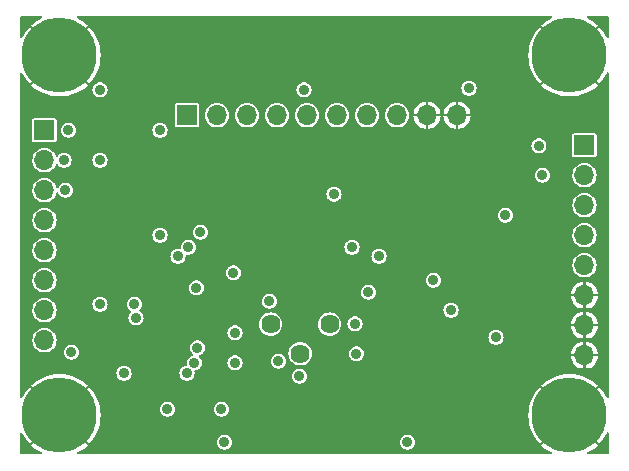
<source format=gbr>
%TF.GenerationSoftware,KiCad,Pcbnew,8.0.1-8.0.1-1~ubuntu22.04.1*%
%TF.CreationDate,2024-05-16T15:07:56-04:00*%
%TF.ProjectId,block-diagram-alex,626c6f63-6b2d-4646-9961-6772616d2d61,rev?*%
%TF.SameCoordinates,Original*%
%TF.FileFunction,Copper,L2,Inr*%
%TF.FilePolarity,Positive*%
%FSLAX46Y46*%
G04 Gerber Fmt 4.6, Leading zero omitted, Abs format (unit mm)*
G04 Created by KiCad (PCBNEW 8.0.1-8.0.1-1~ubuntu22.04.1) date 2024-05-16 15:07:56*
%MOMM*%
%LPD*%
G01*
G04 APERTURE LIST*
%TA.AperFunction,ComponentPad*%
%ADD10C,6.350000*%
%TD*%
%TA.AperFunction,ComponentPad*%
%ADD11R,1.700000X1.700000*%
%TD*%
%TA.AperFunction,ComponentPad*%
%ADD12O,1.700000X1.700000*%
%TD*%
%TA.AperFunction,ComponentPad*%
%ADD13C,1.620000*%
%TD*%
%TA.AperFunction,ViaPad*%
%ADD14C,0.914400*%
%TD*%
G04 APERTURE END LIST*
D10*
%TO.N,GND*%
%TO.C,H3*%
X123190000Y-105410000D03*
%TD*%
%TO.N,GND*%
%TO.C,H2*%
X166370000Y-74930000D03*
%TD*%
%TO.N,GND*%
%TO.C,H4*%
X166370000Y-105410000D03*
%TD*%
D11*
%TO.N,/LASER_ENA*%
%TO.C,J3*%
X133985000Y-80010000D03*
D12*
%TO.N,/WDT_OUT*%
X136525000Y-80010000D03*
%TO.N,/KEY_SW*%
X139065000Y-80010000D03*
%TO.N,/INTERLOCK*%
X141605000Y-80010000D03*
%TO.N,/MCU_ENA*%
X144145000Y-80010000D03*
%TO.N,/WD_PHOTODIODE*%
X146685000Y-80010000D03*
%TO.N,/LC_HIGH*%
X149225000Y-80010000D03*
%TO.N,/OVERRIDE*%
X151765000Y-80010000D03*
%TO.N,GND*%
X154305000Y-80010000D03*
X156845000Y-80010000D03*
%TD*%
D10*
%TO.N,GND*%
%TO.C,H1*%
X123190000Y-74930000D03*
%TD*%
D13*
%TO.N,Net-(R2-Pad1)*%
%TO.C,RV1*%
X146065000Y-97695000D03*
%TO.N,+5V*%
X143565000Y-100195000D03*
X141065000Y-97695000D03*
%TD*%
D11*
%TO.N,/LASER_ENA*%
%TO.C,J2*%
X167640000Y-82550000D03*
D12*
%TO.N,unconnected-(J2-Pin_2-Pad2)*%
X167640000Y-85090000D03*
%TO.N,unconnected-(J2-Pin_3-Pad3)*%
X167640000Y-87630000D03*
%TO.N,+5V*%
X167640000Y-90170000D03*
X167640000Y-92710000D03*
%TO.N,GND*%
X167640000Y-95250000D03*
X167640000Y-97790000D03*
X167640000Y-100330000D03*
%TD*%
D11*
%TO.N,/OVERRIDE*%
%TO.C,J1*%
X121920000Y-81280000D03*
D12*
%TO.N,/LC_HIGH*%
X121920000Y-83820000D03*
%TO.N,/WD_PHOTODIODE*%
X121920000Y-86360000D03*
%TO.N,/MCU_ENA*%
X121920000Y-88900000D03*
%TO.N,/INTERLOCK*%
X121920000Y-91440000D03*
%TO.N,/KEY_SW*%
X121920000Y-93980000D03*
%TO.N,unconnected-(J1-Pin_7-Pad7)*%
X121920000Y-96520000D03*
%TO.N,unconnected-(J1-Pin_8-Pad8)*%
X121920000Y-99060000D03*
%TD*%
D14*
%TO.N,GND*%
X133985000Y-82296000D03*
X156057600Y-88900000D03*
X144145000Y-82296000D03*
X139065000Y-82296000D03*
X161036000Y-100330000D03*
X157607000Y-93599000D03*
X163957000Y-90170000D03*
X131318000Y-107188000D03*
X136525000Y-82296000D03*
X146685000Y-82296000D03*
X149225000Y-82296000D03*
X149961600Y-93980000D03*
X148336000Y-96520000D03*
X153035000Y-83312000D03*
X135890000Y-107188000D03*
X141605000Y-82296000D03*
X149352000Y-106045000D03*
X158877000Y-82423000D03*
X127381000Y-90170000D03*
X129921000Y-100965000D03*
%TO.N,+5V*%
X154838400Y-93980000D03*
X143510000Y-102108000D03*
X164084000Y-85090000D03*
X131699000Y-90170000D03*
X148333000Y-100203000D03*
X137922000Y-93345000D03*
X163779200Y-82600800D03*
X156337000Y-96520000D03*
X140970000Y-95758000D03*
%TO.N,Net-(Q3-D)*%
X137160000Y-107696000D03*
X132334000Y-104902000D03*
X152654000Y-107696000D03*
X136906000Y-104902000D03*
%TO.N,Net-(Q3-G)*%
X128651000Y-101854000D03*
X133988694Y-101856268D03*
%TO.N,Net-(U1-Pad10)*%
X160147000Y-98809800D03*
X138049000Y-98425000D03*
%TO.N,Net-(U6-TR)*%
X129667000Y-97155000D03*
X148209000Y-97663000D03*
%TO.N,/LC_HIGH*%
X129540000Y-96012000D03*
X123571000Y-83820000D03*
X126619000Y-83820000D03*
X134112000Y-91186000D03*
X126619000Y-96012000D03*
X147955000Y-91186000D03*
%TO.N,/WD_PHOTODIODE*%
X123698000Y-86360000D03*
X146431000Y-86690000D03*
%TO.N,/OVERRIDE*%
X123952000Y-81280000D03*
X133223000Y-91948000D03*
X131699000Y-81280000D03*
X150241000Y-91948000D03*
%TO.N,/KEY_SW*%
X134874000Y-99695000D03*
%TO.N,/MCU_ENA*%
X143891000Y-77851000D03*
X126619000Y-77851000D03*
X157861000Y-77724000D03*
%TO.N,/INTERLOCK*%
X141732000Y-100838000D03*
X124206000Y-100076000D03*
X134620000Y-100965000D03*
X138049000Y-100965000D03*
%TO.N,/LASER_ENA*%
X135128000Y-89916000D03*
X160929363Y-88481671D03*
%TO.N,/WDT_OUT*%
X134776224Y-94631430D03*
X149352000Y-94996000D03*
%TD*%
%TA.AperFunction,Conductor*%
%TO.N,GND*%
G36*
X121905824Y-106819901D02*
G01*
X120792273Y-107933452D01*
X120858374Y-107999553D01*
X121141818Y-108229080D01*
X121141817Y-108229080D01*
X121447712Y-108427730D01*
X121694119Y-108553281D01*
X121735125Y-108597255D01*
X121738272Y-108657300D01*
X121702087Y-108705319D01*
X121654213Y-108719500D01*
X119968400Y-108719500D01*
X119911899Y-108698935D01*
X119881835Y-108646864D01*
X119880500Y-108631600D01*
X119880500Y-106945786D01*
X119901065Y-106889285D01*
X119953136Y-106859221D01*
X120012350Y-106869662D01*
X120046719Y-106905880D01*
X120172269Y-107152287D01*
X120370919Y-107458181D01*
X120600446Y-107741625D01*
X120666548Y-107807727D01*
X121780099Y-106694176D01*
X121905824Y-106819901D01*
G37*
%TD.AperFunction*%
%TA.AperFunction,Conductor*%
G36*
X164890714Y-71641065D02*
G01*
X164920778Y-71693136D01*
X164910337Y-71752350D01*
X164874119Y-71786719D01*
X164627713Y-71912269D01*
X164321818Y-72110919D01*
X164038374Y-72340446D01*
X164038371Y-72340449D01*
X163972273Y-72406548D01*
X165085824Y-73520099D01*
X164960099Y-73645824D01*
X163846548Y-72532273D01*
X163780449Y-72598371D01*
X163780446Y-72598374D01*
X163550919Y-72881818D01*
X163352269Y-73187713D01*
X163186683Y-73512692D01*
X163055972Y-73853204D01*
X163055972Y-73853206D01*
X162961572Y-74205510D01*
X162961570Y-74205518D01*
X162904514Y-74565758D01*
X162885425Y-74930000D01*
X162904514Y-75294241D01*
X162961570Y-75654481D01*
X162961572Y-75654489D01*
X163055972Y-76006793D01*
X163055972Y-76006795D01*
X163186683Y-76347307D01*
X163352269Y-76672287D01*
X163550919Y-76978181D01*
X163780446Y-77261625D01*
X163846548Y-77327727D01*
X164960099Y-76214176D01*
X165085824Y-76339901D01*
X163972273Y-77453452D01*
X164038374Y-77519553D01*
X164321818Y-77749080D01*
X164321817Y-77749080D01*
X164627712Y-77947730D01*
X164952692Y-78113316D01*
X165293205Y-78244027D01*
X165645510Y-78338427D01*
X165645518Y-78338429D01*
X166005759Y-78395485D01*
X166005756Y-78395485D01*
X166370000Y-78414574D01*
X166734241Y-78395485D01*
X167094481Y-78338429D01*
X167094489Y-78338427D01*
X167446793Y-78244027D01*
X167446795Y-78244027D01*
X167787307Y-78113316D01*
X168112287Y-77947730D01*
X168418181Y-77749080D01*
X168701625Y-77519553D01*
X168701628Y-77519550D01*
X168767727Y-77453452D01*
X167654176Y-76339901D01*
X167779901Y-76214176D01*
X168893452Y-77327727D01*
X168959550Y-77261628D01*
X168959553Y-77261625D01*
X169189080Y-76978181D01*
X169387730Y-76672287D01*
X169513281Y-76425880D01*
X169557255Y-76384874D01*
X169617299Y-76381727D01*
X169665319Y-76417912D01*
X169679500Y-76465786D01*
X169679500Y-103874213D01*
X169658935Y-103930714D01*
X169606864Y-103960778D01*
X169547650Y-103950337D01*
X169513281Y-103914119D01*
X169387730Y-103667713D01*
X169189080Y-103361818D01*
X168959553Y-103078374D01*
X168893452Y-103012273D01*
X167779901Y-104125824D01*
X167654176Y-104000099D01*
X168767727Y-102886548D01*
X168701625Y-102820446D01*
X168418181Y-102590919D01*
X168418182Y-102590919D01*
X168112287Y-102392269D01*
X167787307Y-102226683D01*
X167446794Y-102095972D01*
X167094489Y-102001572D01*
X167094481Y-102001570D01*
X166734240Y-101944514D01*
X166734243Y-101944514D01*
X166370000Y-101925425D01*
X166005758Y-101944514D01*
X165645518Y-102001570D01*
X165645510Y-102001572D01*
X165293206Y-102095972D01*
X165293204Y-102095972D01*
X164952692Y-102226683D01*
X164627713Y-102392269D01*
X164321818Y-102590919D01*
X164038374Y-102820446D01*
X164038371Y-102820449D01*
X163972273Y-102886548D01*
X165085824Y-104000099D01*
X164960099Y-104125824D01*
X163846548Y-103012273D01*
X163780449Y-103078371D01*
X163780446Y-103078374D01*
X163550919Y-103361818D01*
X163352269Y-103667713D01*
X163186683Y-103992692D01*
X163055972Y-104333204D01*
X163055972Y-104333206D01*
X162961572Y-104685510D01*
X162961570Y-104685518D01*
X162904514Y-105045758D01*
X162885425Y-105410000D01*
X162904514Y-105774241D01*
X162961570Y-106134481D01*
X162961572Y-106134489D01*
X163055972Y-106486793D01*
X163055972Y-106486795D01*
X163186683Y-106827307D01*
X163352269Y-107152287D01*
X163550919Y-107458181D01*
X163780446Y-107741625D01*
X163846548Y-107807727D01*
X164960099Y-106694176D01*
X165085824Y-106819901D01*
X163972273Y-107933452D01*
X164038374Y-107999553D01*
X164321818Y-108229080D01*
X164321817Y-108229080D01*
X164627712Y-108427730D01*
X164874119Y-108553281D01*
X164915125Y-108597255D01*
X164918272Y-108657300D01*
X164882087Y-108705319D01*
X164834213Y-108719500D01*
X124725787Y-108719500D01*
X124669286Y-108698935D01*
X124639222Y-108646864D01*
X124649663Y-108587650D01*
X124685881Y-108553281D01*
X124932287Y-108427730D01*
X125238181Y-108229080D01*
X125521625Y-107999553D01*
X125521628Y-107999550D01*
X125587727Y-107933452D01*
X124474176Y-106819901D01*
X124599901Y-106694176D01*
X125713452Y-107807727D01*
X125779550Y-107741628D01*
X125779553Y-107741625D01*
X125816499Y-107696000D01*
X136519832Y-107696000D01*
X136538434Y-107849202D01*
X136538436Y-107849206D01*
X136593158Y-107993500D01*
X136593159Y-107993501D01*
X136680827Y-108120510D01*
X136796343Y-108222848D01*
X136932993Y-108294567D01*
X137082836Y-108331500D01*
X137082838Y-108331500D01*
X137237161Y-108331500D01*
X137237164Y-108331500D01*
X137387007Y-108294567D01*
X137523657Y-108222848D01*
X137639173Y-108120510D01*
X137726841Y-107993501D01*
X137781566Y-107849202D01*
X137800168Y-107696000D01*
X152013832Y-107696000D01*
X152032434Y-107849202D01*
X152032436Y-107849206D01*
X152087158Y-107993500D01*
X152087159Y-107993501D01*
X152174827Y-108120510D01*
X152290343Y-108222848D01*
X152426993Y-108294567D01*
X152576836Y-108331500D01*
X152576838Y-108331500D01*
X152731161Y-108331500D01*
X152731164Y-108331500D01*
X152881007Y-108294567D01*
X153017657Y-108222848D01*
X153133173Y-108120510D01*
X153220841Y-107993501D01*
X153275566Y-107849202D01*
X153294168Y-107696000D01*
X153275566Y-107542798D01*
X153220841Y-107398499D01*
X153133173Y-107271490D01*
X153017657Y-107169152D01*
X153017655Y-107169151D01*
X153017654Y-107169150D01*
X152881009Y-107097434D01*
X152881008Y-107097433D01*
X152881007Y-107097433D01*
X152731164Y-107060500D01*
X152576836Y-107060500D01*
X152426993Y-107097433D01*
X152426992Y-107097433D01*
X152426990Y-107097434D01*
X152290345Y-107169150D01*
X152290340Y-107169154D01*
X152174824Y-107271493D01*
X152087158Y-107398499D01*
X152037580Y-107529228D01*
X152032434Y-107542798D01*
X152013832Y-107696000D01*
X137800168Y-107696000D01*
X137781566Y-107542798D01*
X137726841Y-107398499D01*
X137639173Y-107271490D01*
X137523657Y-107169152D01*
X137523655Y-107169151D01*
X137523654Y-107169150D01*
X137387009Y-107097434D01*
X137387008Y-107097433D01*
X137387007Y-107097433D01*
X137237164Y-107060500D01*
X137082836Y-107060500D01*
X136932993Y-107097433D01*
X136932992Y-107097433D01*
X136932990Y-107097434D01*
X136796345Y-107169150D01*
X136796340Y-107169154D01*
X136680824Y-107271493D01*
X136593158Y-107398499D01*
X136543580Y-107529228D01*
X136538434Y-107542798D01*
X136519832Y-107696000D01*
X125816499Y-107696000D01*
X126009080Y-107458181D01*
X126207730Y-107152287D01*
X126373316Y-106827307D01*
X126504027Y-106486795D01*
X126504027Y-106486793D01*
X126598427Y-106134489D01*
X126598429Y-106134481D01*
X126655485Y-105774241D01*
X126674574Y-105410000D01*
X126655485Y-105045758D01*
X126632716Y-104902000D01*
X131693832Y-104902000D01*
X131712434Y-105055202D01*
X131712436Y-105055206D01*
X131767158Y-105199500D01*
X131767159Y-105199501D01*
X131854827Y-105326510D01*
X131970343Y-105428848D01*
X132106993Y-105500567D01*
X132256836Y-105537500D01*
X132256838Y-105537500D01*
X132411161Y-105537500D01*
X132411164Y-105537500D01*
X132561007Y-105500567D01*
X132697657Y-105428848D01*
X132813173Y-105326510D01*
X132900841Y-105199501D01*
X132955566Y-105055202D01*
X132974168Y-104902000D01*
X136265832Y-104902000D01*
X136284434Y-105055202D01*
X136284436Y-105055206D01*
X136339158Y-105199500D01*
X136339159Y-105199501D01*
X136426827Y-105326510D01*
X136542343Y-105428848D01*
X136678993Y-105500567D01*
X136828836Y-105537500D01*
X136828838Y-105537500D01*
X136983161Y-105537500D01*
X136983164Y-105537500D01*
X137133007Y-105500567D01*
X137269657Y-105428848D01*
X137385173Y-105326510D01*
X137472841Y-105199501D01*
X137527566Y-105055202D01*
X137546168Y-104902000D01*
X137527566Y-104748798D01*
X137472841Y-104604499D01*
X137385173Y-104477490D01*
X137269657Y-104375152D01*
X137269655Y-104375151D01*
X137269654Y-104375150D01*
X137133009Y-104303434D01*
X137133008Y-104303433D01*
X137133007Y-104303433D01*
X136983164Y-104266500D01*
X136828836Y-104266500D01*
X136678993Y-104303433D01*
X136678992Y-104303433D01*
X136678990Y-104303434D01*
X136542345Y-104375150D01*
X136542340Y-104375154D01*
X136426824Y-104477493D01*
X136339158Y-104604499D01*
X136289580Y-104735228D01*
X136284434Y-104748798D01*
X136265832Y-104902000D01*
X132974168Y-104902000D01*
X132955566Y-104748798D01*
X132900841Y-104604499D01*
X132813173Y-104477490D01*
X132697657Y-104375152D01*
X132697655Y-104375151D01*
X132697654Y-104375150D01*
X132561009Y-104303434D01*
X132561008Y-104303433D01*
X132561007Y-104303433D01*
X132411164Y-104266500D01*
X132256836Y-104266500D01*
X132106993Y-104303433D01*
X132106992Y-104303433D01*
X132106990Y-104303434D01*
X131970345Y-104375150D01*
X131970340Y-104375154D01*
X131854824Y-104477493D01*
X131767158Y-104604499D01*
X131717580Y-104735228D01*
X131712434Y-104748798D01*
X131693832Y-104902000D01*
X126632716Y-104902000D01*
X126598429Y-104685518D01*
X126598427Y-104685510D01*
X126504027Y-104333206D01*
X126504027Y-104333204D01*
X126373316Y-103992692D01*
X126207730Y-103667713D01*
X126009080Y-103361818D01*
X125779553Y-103078374D01*
X125713452Y-103012273D01*
X124599901Y-104125824D01*
X124474176Y-104000099D01*
X125587727Y-102886548D01*
X125521625Y-102820446D01*
X125238181Y-102590919D01*
X125238182Y-102590919D01*
X124932287Y-102392269D01*
X124607307Y-102226683D01*
X124266794Y-102095972D01*
X123914489Y-102001572D01*
X123914481Y-102001570D01*
X123554240Y-101944514D01*
X123554243Y-101944514D01*
X123190000Y-101925425D01*
X122825758Y-101944514D01*
X122465518Y-102001570D01*
X122465510Y-102001572D01*
X122113206Y-102095972D01*
X122113204Y-102095972D01*
X121772692Y-102226683D01*
X121447713Y-102392269D01*
X121141818Y-102590919D01*
X120858374Y-102820446D01*
X120858371Y-102820449D01*
X120792273Y-102886548D01*
X121905824Y-104000099D01*
X121780099Y-104125824D01*
X120666548Y-103012273D01*
X120600449Y-103078371D01*
X120600446Y-103078374D01*
X120370919Y-103361818D01*
X120172269Y-103667713D01*
X120046719Y-103914119D01*
X120002745Y-103955125D01*
X119942700Y-103958272D01*
X119894681Y-103922087D01*
X119880500Y-103874213D01*
X119880500Y-101854001D01*
X128010832Y-101854001D01*
X128023071Y-101954803D01*
X128029434Y-102007202D01*
X128030296Y-102009474D01*
X128084158Y-102151500D01*
X128085724Y-102153769D01*
X128171827Y-102278510D01*
X128287343Y-102380848D01*
X128423993Y-102452567D01*
X128573836Y-102489500D01*
X128573838Y-102489500D01*
X128728161Y-102489500D01*
X128728164Y-102489500D01*
X128878007Y-102452567D01*
X129014657Y-102380848D01*
X129130173Y-102278510D01*
X129217841Y-102151501D01*
X129272566Y-102007202D01*
X129288510Y-101875886D01*
X129290893Y-101856269D01*
X133348526Y-101856269D01*
X133366852Y-102007202D01*
X133367128Y-102009470D01*
X133367130Y-102009474D01*
X133421852Y-102153768D01*
X133509518Y-102280774D01*
X133509521Y-102280778D01*
X133625037Y-102383116D01*
X133761687Y-102454835D01*
X133911530Y-102491768D01*
X133911532Y-102491768D01*
X134065855Y-102491768D01*
X134065858Y-102491768D01*
X134215701Y-102454835D01*
X134352351Y-102383116D01*
X134467867Y-102280778D01*
X134555535Y-102153769D01*
X134572892Y-102108001D01*
X142869832Y-102108001D01*
X142884242Y-102226683D01*
X142888434Y-102261202D01*
X142894998Y-102278510D01*
X142943158Y-102405500D01*
X142943159Y-102405501D01*
X143030827Y-102532510D01*
X143146343Y-102634848D01*
X143282993Y-102706567D01*
X143432836Y-102743500D01*
X143432838Y-102743500D01*
X143587161Y-102743500D01*
X143587164Y-102743500D01*
X143737007Y-102706567D01*
X143873657Y-102634848D01*
X143989173Y-102532510D01*
X144076841Y-102405501D01*
X144131566Y-102261202D01*
X144150168Y-102108000D01*
X144131566Y-101954798D01*
X144076841Y-101810499D01*
X143989173Y-101683490D01*
X143873657Y-101581152D01*
X143873655Y-101581151D01*
X143873654Y-101581150D01*
X143737009Y-101509434D01*
X143737008Y-101509433D01*
X143737007Y-101509433D01*
X143587164Y-101472500D01*
X143432836Y-101472500D01*
X143282993Y-101509433D01*
X143282992Y-101509433D01*
X143282990Y-101509434D01*
X143146345Y-101581150D01*
X143146340Y-101581154D01*
X143030824Y-101683493D01*
X142943158Y-101810499D01*
X142899574Y-101925425D01*
X142888434Y-101954798D01*
X142888433Y-101954800D01*
X142888433Y-101954803D01*
X142869832Y-102107998D01*
X142869832Y-102108001D01*
X134572892Y-102108001D01*
X134610260Y-102009470D01*
X134628862Y-101856268D01*
X134628587Y-101854000D01*
X134609766Y-101698995D01*
X134623370Y-101640427D01*
X134671439Y-101604306D01*
X134691898Y-101601262D01*
X134691884Y-101601141D01*
X134696415Y-101600590D01*
X134697025Y-101600500D01*
X134697161Y-101600500D01*
X134697164Y-101600500D01*
X134847007Y-101563567D01*
X134983657Y-101491848D01*
X135099173Y-101389510D01*
X135186841Y-101262501D01*
X135241566Y-101118202D01*
X135260168Y-100965001D01*
X137408832Y-100965001D01*
X137426597Y-101111313D01*
X137427434Y-101118202D01*
X137433995Y-101135501D01*
X137482158Y-101262500D01*
X137555091Y-101368161D01*
X137569827Y-101389510D01*
X137685343Y-101491848D01*
X137821993Y-101563567D01*
X137971836Y-101600500D01*
X137971838Y-101600500D01*
X138126161Y-101600500D01*
X138126164Y-101600500D01*
X138276007Y-101563567D01*
X138412657Y-101491848D01*
X138528173Y-101389510D01*
X138615841Y-101262501D01*
X138670566Y-101118202D01*
X138689168Y-100965000D01*
X138673748Y-100838001D01*
X141091832Y-100838001D01*
X141107252Y-100965001D01*
X141110434Y-100991202D01*
X141110436Y-100991206D01*
X141165158Y-101135500D01*
X141249508Y-101257702D01*
X141252827Y-101262510D01*
X141368343Y-101364848D01*
X141504993Y-101436567D01*
X141654836Y-101473500D01*
X141654838Y-101473500D01*
X141809161Y-101473500D01*
X141809164Y-101473500D01*
X141959007Y-101436567D01*
X142095657Y-101364848D01*
X142211173Y-101262510D01*
X142298841Y-101135501D01*
X142353566Y-100991202D01*
X142372168Y-100838000D01*
X142353566Y-100684798D01*
X142298841Y-100540499D01*
X142211173Y-100413490D01*
X142095657Y-100311152D01*
X142095655Y-100311151D01*
X142095654Y-100311150D01*
X141959009Y-100239434D01*
X141959008Y-100239433D01*
X141959007Y-100239433D01*
X141809164Y-100202500D01*
X141654836Y-100202500D01*
X141504993Y-100239433D01*
X141504992Y-100239433D01*
X141504990Y-100239434D01*
X141368345Y-100311150D01*
X141368340Y-100311154D01*
X141252824Y-100413493D01*
X141165158Y-100540499D01*
X141116995Y-100667499D01*
X141110434Y-100684798D01*
X141110433Y-100684800D01*
X141110433Y-100684803D01*
X141091832Y-100837998D01*
X141091832Y-100838001D01*
X138673748Y-100838001D01*
X138670566Y-100811798D01*
X138615841Y-100667499D01*
X138528173Y-100540490D01*
X138412657Y-100438152D01*
X138412655Y-100438151D01*
X138412654Y-100438150D01*
X138276009Y-100366434D01*
X138276008Y-100366433D01*
X138276007Y-100366433D01*
X138126164Y-100329500D01*
X137971836Y-100329500D01*
X137821993Y-100366433D01*
X137821992Y-100366433D01*
X137821990Y-100366434D01*
X137685345Y-100438150D01*
X137685340Y-100438154D01*
X137569824Y-100540493D01*
X137482158Y-100667499D01*
X137433454Y-100795925D01*
X137427434Y-100811798D01*
X137427433Y-100811800D01*
X137427433Y-100811803D01*
X137408832Y-100964998D01*
X137408832Y-100965001D01*
X135260168Y-100965001D01*
X135260168Y-100965000D01*
X135241566Y-100811798D01*
X135186841Y-100667499D01*
X135099173Y-100540490D01*
X135006877Y-100458723D01*
X134978224Y-100405864D01*
X134990251Y-100346952D01*
X135037332Y-100309554D01*
X135044098Y-100307593D01*
X135101007Y-100293567D01*
X135237657Y-100221848D01*
X135267962Y-100195000D01*
X142571918Y-100195000D01*
X142587422Y-100352415D01*
X142591001Y-100388747D01*
X142637033Y-100540493D01*
X142647512Y-100575036D01*
X142730394Y-100730099D01*
X142739284Y-100746730D01*
X142862777Y-100897206D01*
X142862780Y-100897209D01*
X142862785Y-100897215D01*
X142862790Y-100897219D01*
X142862793Y-100897222D01*
X143013269Y-101020715D01*
X143013268Y-101020715D01*
X143013271Y-101020717D01*
X143013273Y-101020718D01*
X143184964Y-101112488D01*
X143371259Y-101169000D01*
X143565000Y-101188082D01*
X143758741Y-101169000D01*
X143945036Y-101112488D01*
X144116727Y-101020718D01*
X144267215Y-100897215D01*
X144390718Y-100746727D01*
X144482488Y-100575036D01*
X144539000Y-100388741D01*
X144557294Y-100203001D01*
X147692832Y-100203001D01*
X147705963Y-100311150D01*
X147711434Y-100356202D01*
X147723777Y-100388747D01*
X147766158Y-100500500D01*
X147853824Y-100627506D01*
X147853827Y-100627510D01*
X147969343Y-100729848D01*
X148105993Y-100801567D01*
X148255836Y-100838500D01*
X148255838Y-100838500D01*
X148410161Y-100838500D01*
X148410164Y-100838500D01*
X148560007Y-100801567D01*
X148696657Y-100729848D01*
X148812173Y-100627510D01*
X148899841Y-100500501D01*
X148930788Y-100418900D01*
X166488491Y-100418900D01*
X166500000Y-100543106D01*
X166500000Y-100543107D01*
X166558566Y-100748942D01*
X166558568Y-100748948D01*
X166653965Y-100940531D01*
X166782934Y-101111313D01*
X166782938Y-101111317D01*
X166941093Y-101255496D01*
X166941102Y-101255502D01*
X167123053Y-101368161D01*
X167123059Y-101368164D01*
X167322616Y-101445472D01*
X167322628Y-101445476D01*
X167532989Y-101484799D01*
X167532993Y-101484800D01*
X167551099Y-101484800D01*
X167551100Y-101484799D01*
X167551100Y-100823817D01*
X167574174Y-100830000D01*
X167705826Y-100830000D01*
X167728900Y-100823817D01*
X167728900Y-101484799D01*
X167728901Y-101484800D01*
X167747007Y-101484800D01*
X167747010Y-101484799D01*
X167957371Y-101445476D01*
X167957383Y-101445472D01*
X168156940Y-101368164D01*
X168156946Y-101368161D01*
X168338897Y-101255502D01*
X168338906Y-101255496D01*
X168497061Y-101111317D01*
X168497065Y-101111313D01*
X168626034Y-100940531D01*
X168721431Y-100748948D01*
X168721433Y-100748942D01*
X168779999Y-100543107D01*
X168779999Y-100543106D01*
X168791509Y-100418900D01*
X168133817Y-100418900D01*
X168140000Y-100395826D01*
X168140000Y-100264174D01*
X168133817Y-100241100D01*
X168791508Y-100241100D01*
X168779999Y-100116893D01*
X168779999Y-100116892D01*
X168721433Y-99911057D01*
X168721431Y-99911051D01*
X168626034Y-99719468D01*
X168497065Y-99548686D01*
X168497061Y-99548682D01*
X168338906Y-99404503D01*
X168338897Y-99404497D01*
X168156946Y-99291838D01*
X168156940Y-99291835D01*
X167957383Y-99214527D01*
X167957371Y-99214523D01*
X167747010Y-99175200D01*
X167728901Y-99175200D01*
X167728900Y-99175201D01*
X167728900Y-99836182D01*
X167705826Y-99830000D01*
X167574174Y-99830000D01*
X167551100Y-99836182D01*
X167551100Y-99175201D01*
X167551099Y-99175200D01*
X167532989Y-99175200D01*
X167322628Y-99214523D01*
X167322616Y-99214527D01*
X167123059Y-99291835D01*
X167123053Y-99291838D01*
X166941102Y-99404497D01*
X166941093Y-99404503D01*
X166782938Y-99548682D01*
X166782934Y-99548686D01*
X166653965Y-99719468D01*
X166558568Y-99911051D01*
X166558566Y-99911057D01*
X166500000Y-100116892D01*
X166500000Y-100116893D01*
X166488491Y-100241100D01*
X167146183Y-100241100D01*
X167140000Y-100264174D01*
X167140000Y-100395826D01*
X167146183Y-100418900D01*
X166488491Y-100418900D01*
X148930788Y-100418900D01*
X148954566Y-100356202D01*
X148973168Y-100203000D01*
X148973107Y-100202500D01*
X148965155Y-100137007D01*
X148954566Y-100049798D01*
X148899841Y-99905499D01*
X148812173Y-99778490D01*
X148696657Y-99676152D01*
X148696655Y-99676151D01*
X148696654Y-99676150D01*
X148560009Y-99604434D01*
X148560008Y-99604433D01*
X148560007Y-99604433D01*
X148410164Y-99567500D01*
X148255836Y-99567500D01*
X148105993Y-99604433D01*
X148105992Y-99604433D01*
X148105990Y-99604434D01*
X147969345Y-99676150D01*
X147969340Y-99676154D01*
X147853824Y-99778493D01*
X147766158Y-99905499D01*
X147729845Y-100001252D01*
X147711434Y-100049798D01*
X147711433Y-100049800D01*
X147711433Y-100049803D01*
X147692832Y-100202998D01*
X147692832Y-100203001D01*
X144557294Y-100203001D01*
X144558082Y-100195000D01*
X144539000Y-100001259D01*
X144482488Y-99814964D01*
X144390718Y-99643273D01*
X144383155Y-99634057D01*
X144267222Y-99492793D01*
X144267219Y-99492790D01*
X144267215Y-99492785D01*
X144267209Y-99492780D01*
X144267206Y-99492777D01*
X144116730Y-99369284D01*
X144116731Y-99369284D01*
X143945034Y-99277511D01*
X143758747Y-99221001D01*
X143758742Y-99221000D01*
X143758741Y-99221000D01*
X143565000Y-99201918D01*
X143371259Y-99221000D01*
X143371257Y-99221000D01*
X143371252Y-99221001D01*
X143184965Y-99277511D01*
X143013269Y-99369284D01*
X142862793Y-99492777D01*
X142862777Y-99492793D01*
X142739284Y-99643269D01*
X142647511Y-99814965D01*
X142591001Y-100001252D01*
X142591000Y-100001257D01*
X142591000Y-100001259D01*
X142571918Y-100195000D01*
X135267962Y-100195000D01*
X135353173Y-100119510D01*
X135440841Y-99992501D01*
X135495566Y-99848202D01*
X135514168Y-99695000D01*
X135511879Y-99676152D01*
X135507887Y-99643269D01*
X135495566Y-99541798D01*
X135440841Y-99397499D01*
X135353173Y-99270490D01*
X135237657Y-99168152D01*
X135237655Y-99168151D01*
X135237654Y-99168150D01*
X135101009Y-99096434D01*
X135101008Y-99096433D01*
X135101007Y-99096433D01*
X134951164Y-99059500D01*
X134796836Y-99059500D01*
X134646993Y-99096433D01*
X134646992Y-99096433D01*
X134646990Y-99096434D01*
X134510345Y-99168150D01*
X134510340Y-99168154D01*
X134502387Y-99175200D01*
X134404876Y-99261588D01*
X134394824Y-99270493D01*
X134307158Y-99397499D01*
X134271025Y-99492777D01*
X134252434Y-99541798D01*
X134252433Y-99541800D01*
X134252433Y-99541803D01*
X134233832Y-99694998D01*
X134233832Y-99695001D01*
X134243970Y-99778499D01*
X134252434Y-99848202D01*
X134252436Y-99848206D01*
X134307158Y-99992500D01*
X134394824Y-100119506D01*
X134394827Y-100119510D01*
X134480038Y-100195000D01*
X134487121Y-100201275D01*
X134515775Y-100254135D01*
X134503748Y-100313047D01*
X134456667Y-100350445D01*
X134449878Y-100352412D01*
X134392993Y-100366433D01*
X134392992Y-100366433D01*
X134392990Y-100366434D01*
X134256345Y-100438150D01*
X134256340Y-100438154D01*
X134140824Y-100540493D01*
X134053158Y-100667499D01*
X134004454Y-100795925D01*
X133998434Y-100811798D01*
X133998433Y-100811800D01*
X133998433Y-100811803D01*
X133979832Y-100964998D01*
X133979832Y-100965001D01*
X133998928Y-101122273D01*
X133985324Y-101180841D01*
X133937255Y-101216962D01*
X133916795Y-101220005D01*
X133916810Y-101220127D01*
X133912278Y-101220677D01*
X133911669Y-101220768D01*
X133911530Y-101220768D01*
X133761687Y-101257701D01*
X133761686Y-101257701D01*
X133761684Y-101257702D01*
X133625039Y-101329418D01*
X133625034Y-101329422D01*
X133509518Y-101431761D01*
X133421852Y-101558767D01*
X133374552Y-101683490D01*
X133367128Y-101703066D01*
X133367127Y-101703068D01*
X133367127Y-101703071D01*
X133348526Y-101856266D01*
X133348526Y-101856269D01*
X129290893Y-101856269D01*
X129291168Y-101854001D01*
X129291168Y-101853998D01*
X129285853Y-101810228D01*
X129272566Y-101700798D01*
X129217841Y-101556499D01*
X129130173Y-101429490D01*
X129014657Y-101327152D01*
X129014655Y-101327151D01*
X129014654Y-101327150D01*
X128878009Y-101255434D01*
X128878008Y-101255433D01*
X128878007Y-101255433D01*
X128728164Y-101218500D01*
X128573836Y-101218500D01*
X128423993Y-101255433D01*
X128423992Y-101255433D01*
X128423990Y-101255434D01*
X128287345Y-101327150D01*
X128287340Y-101327154D01*
X128171824Y-101429493D01*
X128084158Y-101556499D01*
X128035998Y-101683490D01*
X128029434Y-101700798D01*
X128029433Y-101700800D01*
X128029433Y-101700803D01*
X128010832Y-101853998D01*
X128010832Y-101854001D01*
X119880500Y-101854001D01*
X119880500Y-99060000D01*
X120886724Y-99060000D01*
X120906579Y-99261588D01*
X120965374Y-99455412D01*
X120965376Y-99455417D01*
X120965377Y-99455418D01*
X121025286Y-99567500D01*
X121060864Y-99634060D01*
X121189356Y-99790627D01*
X121189359Y-99790630D01*
X121189364Y-99790636D01*
X121189369Y-99790640D01*
X121189372Y-99790643D01*
X121345939Y-99919135D01*
X121345938Y-99919135D01*
X121345941Y-99919137D01*
X121345943Y-99919138D01*
X121524582Y-100014623D01*
X121524584Y-100014623D01*
X121524587Y-100014625D01*
X121718411Y-100073420D01*
X121718418Y-100073422D01*
X121920000Y-100093276D01*
X122095397Y-100076001D01*
X123565832Y-100076001D01*
X123583540Y-100221845D01*
X123584434Y-100229202D01*
X123593890Y-100254135D01*
X123639158Y-100373500D01*
X123697984Y-100458724D01*
X123726827Y-100500510D01*
X123842343Y-100602848D01*
X123978993Y-100674567D01*
X124128836Y-100711500D01*
X124128838Y-100711500D01*
X124283161Y-100711500D01*
X124283164Y-100711500D01*
X124433007Y-100674567D01*
X124569657Y-100602848D01*
X124685173Y-100500510D01*
X124772841Y-100373501D01*
X124827566Y-100229202D01*
X124846168Y-100076000D01*
X124827566Y-99922798D01*
X124772841Y-99778499D01*
X124685173Y-99651490D01*
X124569657Y-99549152D01*
X124569655Y-99549151D01*
X124569654Y-99549150D01*
X124433009Y-99477434D01*
X124433008Y-99477433D01*
X124433007Y-99477433D01*
X124283164Y-99440500D01*
X124128836Y-99440500D01*
X123978993Y-99477433D01*
X123978992Y-99477433D01*
X123978990Y-99477434D01*
X123842345Y-99549150D01*
X123842340Y-99549154D01*
X123779942Y-99604434D01*
X123746502Y-99634060D01*
X123726824Y-99651493D01*
X123639158Y-99778499D01*
X123590995Y-99905499D01*
X123584434Y-99922798D01*
X123584433Y-99922800D01*
X123584433Y-99922803D01*
X123565832Y-100075998D01*
X123565832Y-100076001D01*
X122095397Y-100076001D01*
X122121582Y-100073422D01*
X122287826Y-100022993D01*
X122315412Y-100014625D01*
X122315412Y-100014624D01*
X122315418Y-100014623D01*
X122494057Y-99919138D01*
X122650636Y-99790636D01*
X122779138Y-99634057D01*
X122874623Y-99455418D01*
X122933422Y-99261582D01*
X122953276Y-99060000D01*
X122933422Y-98858418D01*
X122924244Y-98828161D01*
X122874625Y-98664587D01*
X122874623Y-98664584D01*
X122874623Y-98664582D01*
X122779138Y-98485943D01*
X122729124Y-98425001D01*
X137408832Y-98425001D01*
X137426597Y-98571313D01*
X137427434Y-98578202D01*
X137427436Y-98578206D01*
X137482158Y-98722500D01*
X137482159Y-98722501D01*
X137569827Y-98849510D01*
X137685343Y-98951848D01*
X137821993Y-99023567D01*
X137971836Y-99060500D01*
X137971838Y-99060500D01*
X138126161Y-99060500D01*
X138126164Y-99060500D01*
X138276007Y-99023567D01*
X138412657Y-98951848D01*
X138528173Y-98849510D01*
X138555582Y-98809801D01*
X159506832Y-98809801D01*
X159524079Y-98951848D01*
X159525434Y-98963002D01*
X159525436Y-98963006D01*
X159580158Y-99107300D01*
X159580159Y-99107301D01*
X159667827Y-99234310D01*
X159783343Y-99336648D01*
X159919993Y-99408367D01*
X160069836Y-99445300D01*
X160069838Y-99445300D01*
X160224161Y-99445300D01*
X160224164Y-99445300D01*
X160374007Y-99408367D01*
X160510657Y-99336648D01*
X160626173Y-99234310D01*
X160713841Y-99107301D01*
X160768566Y-98963002D01*
X160787168Y-98809800D01*
X160768566Y-98656598D01*
X160713841Y-98512299D01*
X160626173Y-98385290D01*
X160510657Y-98282952D01*
X160510655Y-98282951D01*
X160510654Y-98282950D01*
X160374009Y-98211234D01*
X160374008Y-98211233D01*
X160374007Y-98211233D01*
X160224164Y-98174300D01*
X160069836Y-98174300D01*
X159919993Y-98211233D01*
X159919992Y-98211233D01*
X159919990Y-98211234D01*
X159783345Y-98282950D01*
X159783340Y-98282954D01*
X159667824Y-98385293D01*
X159580158Y-98512299D01*
X159530580Y-98643028D01*
X159525434Y-98656598D01*
X159525433Y-98656600D01*
X159525433Y-98656603D01*
X159506832Y-98809798D01*
X159506832Y-98809801D01*
X138555582Y-98809801D01*
X138615841Y-98722501D01*
X138670566Y-98578202D01*
X138689168Y-98425000D01*
X138670566Y-98271798D01*
X138615841Y-98127499D01*
X138528173Y-98000490D01*
X138412657Y-97898152D01*
X138412655Y-97898151D01*
X138412654Y-97898150D01*
X138276009Y-97826434D01*
X138276008Y-97826433D01*
X138276007Y-97826433D01*
X138126164Y-97789500D01*
X137971836Y-97789500D01*
X137821993Y-97826433D01*
X137821992Y-97826433D01*
X137821990Y-97826434D01*
X137685345Y-97898150D01*
X137685340Y-97898154D01*
X137569824Y-98000493D01*
X137482158Y-98127499D01*
X137436942Y-98246727D01*
X137427434Y-98271798D01*
X137427433Y-98271800D01*
X137427433Y-98271803D01*
X137408832Y-98424998D01*
X137408832Y-98425001D01*
X122729124Y-98425001D01*
X122729123Y-98425000D01*
X122650643Y-98329372D01*
X122650640Y-98329369D01*
X122650636Y-98329364D01*
X122650630Y-98329359D01*
X122650627Y-98329356D01*
X122494060Y-98200864D01*
X122494061Y-98200864D01*
X122315412Y-98105374D01*
X122121588Y-98046579D01*
X122121583Y-98046578D01*
X122121582Y-98046578D01*
X121920000Y-98026724D01*
X121718418Y-98046578D01*
X121718416Y-98046578D01*
X121718411Y-98046579D01*
X121524587Y-98105374D01*
X121345939Y-98200864D01*
X121189372Y-98329356D01*
X121189356Y-98329372D01*
X121060864Y-98485939D01*
X120965374Y-98664587D01*
X120906579Y-98858411D01*
X120906578Y-98858416D01*
X120906578Y-98858418D01*
X120896277Y-98963006D01*
X120886724Y-99060000D01*
X119880500Y-99060000D01*
X119880500Y-96520000D01*
X120886724Y-96520000D01*
X120904641Y-96701918D01*
X120906579Y-96721588D01*
X120965374Y-96915412D01*
X120965376Y-96915417D01*
X120965377Y-96915418D01*
X121025286Y-97027500D01*
X121060864Y-97094060D01*
X121189356Y-97250627D01*
X121189359Y-97250630D01*
X121189364Y-97250636D01*
X121189369Y-97250640D01*
X121189372Y-97250643D01*
X121345939Y-97379135D01*
X121345938Y-97379135D01*
X121345941Y-97379137D01*
X121345943Y-97379138D01*
X121524582Y-97474623D01*
X121524584Y-97474623D01*
X121524587Y-97474625D01*
X121718411Y-97533420D01*
X121718418Y-97533422D01*
X121920000Y-97553276D01*
X122121582Y-97533422D01*
X122287826Y-97482993D01*
X122315412Y-97474625D01*
X122315412Y-97474624D01*
X122315418Y-97474623D01*
X122494057Y-97379138D01*
X122650636Y-97250636D01*
X122779138Y-97094057D01*
X122874623Y-96915418D01*
X122888618Y-96869284D01*
X122933420Y-96721588D01*
X122933419Y-96721588D01*
X122933422Y-96721582D01*
X122953276Y-96520000D01*
X122933422Y-96318418D01*
X122892194Y-96182506D01*
X122874625Y-96124587D01*
X122874623Y-96124584D01*
X122874623Y-96124582D01*
X122814446Y-96012000D01*
X125978832Y-96012000D01*
X125997434Y-96165202D01*
X126003998Y-96182510D01*
X126052158Y-96309500D01*
X126110139Y-96393500D01*
X126139827Y-96436510D01*
X126255343Y-96538848D01*
X126391993Y-96610567D01*
X126541836Y-96647500D01*
X126541838Y-96647500D01*
X126696161Y-96647500D01*
X126696164Y-96647500D01*
X126846007Y-96610567D01*
X126982657Y-96538848D01*
X127098173Y-96436510D01*
X127185841Y-96309501D01*
X127240566Y-96165202D01*
X127259168Y-96012000D01*
X128899832Y-96012000D01*
X128918434Y-96165202D01*
X128924998Y-96182510D01*
X128973158Y-96309500D01*
X129031139Y-96393500D01*
X129060827Y-96436510D01*
X129176343Y-96538848D01*
X129176346Y-96538849D01*
X129176348Y-96538851D01*
X129206638Y-96554748D01*
X129247111Y-96599214D01*
X129249533Y-96659292D01*
X129224079Y-96698373D01*
X129187827Y-96730490D01*
X129187824Y-96730493D01*
X129100158Y-96857499D01*
X129067160Y-96944510D01*
X129045434Y-97001798D01*
X129045433Y-97001800D01*
X129045433Y-97001803D01*
X129029120Y-97136154D01*
X129026832Y-97155000D01*
X129045434Y-97308202D01*
X129047999Y-97314965D01*
X129100158Y-97452500D01*
X129187824Y-97579506D01*
X129187827Y-97579510D01*
X129303343Y-97681848D01*
X129439993Y-97753567D01*
X129589836Y-97790500D01*
X129589838Y-97790500D01*
X129744161Y-97790500D01*
X129744164Y-97790500D01*
X129894007Y-97753567D01*
X130005598Y-97695000D01*
X140071918Y-97695000D01*
X140084863Y-97826434D01*
X140091001Y-97888747D01*
X140147511Y-98075034D01*
X140147512Y-98075036D01*
X140220310Y-98211233D01*
X140239284Y-98246730D01*
X140362777Y-98397206D01*
X140362780Y-98397209D01*
X140362785Y-98397215D01*
X140362790Y-98397219D01*
X140362793Y-98397222D01*
X140513269Y-98520715D01*
X140513268Y-98520715D01*
X140513271Y-98520717D01*
X140513273Y-98520718D01*
X140684964Y-98612488D01*
X140817375Y-98652654D01*
X140830391Y-98656603D01*
X140871259Y-98669000D01*
X141065000Y-98688082D01*
X141258741Y-98669000D01*
X141445036Y-98612488D01*
X141616727Y-98520718D01*
X141767215Y-98397215D01*
X141890718Y-98246727D01*
X141982488Y-98075036D01*
X142039000Y-97888741D01*
X142058082Y-97695000D01*
X145071918Y-97695000D01*
X145084863Y-97826434D01*
X145091001Y-97888747D01*
X145147511Y-98075034D01*
X145147512Y-98075036D01*
X145220310Y-98211233D01*
X145239284Y-98246730D01*
X145362777Y-98397206D01*
X145362780Y-98397209D01*
X145362785Y-98397215D01*
X145362790Y-98397219D01*
X145362793Y-98397222D01*
X145513269Y-98520715D01*
X145513268Y-98520715D01*
X145513271Y-98520717D01*
X145513273Y-98520718D01*
X145684964Y-98612488D01*
X145817375Y-98652654D01*
X145830391Y-98656603D01*
X145871259Y-98669000D01*
X146065000Y-98688082D01*
X146258741Y-98669000D01*
X146445036Y-98612488D01*
X146616727Y-98520718D01*
X146767215Y-98397215D01*
X146890718Y-98246727D01*
X146982488Y-98075036D01*
X147039000Y-97888741D01*
X147058082Y-97695000D01*
X147054930Y-97663001D01*
X147568832Y-97663001D01*
X147579828Y-97753565D01*
X147587434Y-97816202D01*
X147602461Y-97855826D01*
X147642158Y-97960500D01*
X147701574Y-98046579D01*
X147729827Y-98087510D01*
X147845343Y-98189848D01*
X147981993Y-98261567D01*
X148131836Y-98298500D01*
X148131838Y-98298500D01*
X148286161Y-98298500D01*
X148286164Y-98298500D01*
X148436007Y-98261567D01*
X148572657Y-98189848D01*
X148688173Y-98087510D01*
X148775841Y-97960501D01*
X148806788Y-97878900D01*
X166488491Y-97878900D01*
X166500000Y-98003106D01*
X166500000Y-98003107D01*
X166558566Y-98208942D01*
X166558568Y-98208948D01*
X166653965Y-98400531D01*
X166782934Y-98571313D01*
X166782938Y-98571317D01*
X166941093Y-98715496D01*
X166941102Y-98715502D01*
X167123053Y-98828161D01*
X167123059Y-98828164D01*
X167322616Y-98905472D01*
X167322628Y-98905476D01*
X167532989Y-98944799D01*
X167532993Y-98944800D01*
X167551099Y-98944800D01*
X167551100Y-98944799D01*
X167551100Y-98283817D01*
X167574174Y-98290000D01*
X167705826Y-98290000D01*
X167728900Y-98283817D01*
X167728900Y-98944799D01*
X167728901Y-98944800D01*
X167747007Y-98944800D01*
X167747010Y-98944799D01*
X167957371Y-98905476D01*
X167957383Y-98905472D01*
X168156940Y-98828164D01*
X168156946Y-98828161D01*
X168338897Y-98715502D01*
X168338906Y-98715496D01*
X168497061Y-98571317D01*
X168497065Y-98571313D01*
X168626034Y-98400531D01*
X168721431Y-98208948D01*
X168721433Y-98208942D01*
X168779999Y-98003107D01*
X168779999Y-98003106D01*
X168791509Y-97878900D01*
X168133817Y-97878900D01*
X168140000Y-97855826D01*
X168140000Y-97724174D01*
X168133817Y-97701100D01*
X168791508Y-97701100D01*
X168779999Y-97576893D01*
X168779999Y-97576892D01*
X168721433Y-97371057D01*
X168721431Y-97371051D01*
X168626034Y-97179468D01*
X168497065Y-97008686D01*
X168497061Y-97008682D01*
X168338906Y-96864503D01*
X168338897Y-96864497D01*
X168156946Y-96751838D01*
X168156940Y-96751835D01*
X167957383Y-96674527D01*
X167957371Y-96674523D01*
X167747010Y-96635200D01*
X167728901Y-96635200D01*
X167728900Y-96635201D01*
X167728900Y-97296182D01*
X167705826Y-97290000D01*
X167574174Y-97290000D01*
X167551100Y-97296182D01*
X167551100Y-96635201D01*
X167551099Y-96635200D01*
X167532989Y-96635200D01*
X167322628Y-96674523D01*
X167322616Y-96674527D01*
X167123059Y-96751835D01*
X167123053Y-96751838D01*
X166941102Y-96864497D01*
X166941093Y-96864503D01*
X166782938Y-97008682D01*
X166782934Y-97008686D01*
X166653965Y-97179468D01*
X166558568Y-97371051D01*
X166558566Y-97371057D01*
X166500000Y-97576892D01*
X166500000Y-97576893D01*
X166488491Y-97701100D01*
X167146183Y-97701100D01*
X167140000Y-97724174D01*
X167140000Y-97855826D01*
X167146183Y-97878900D01*
X166488491Y-97878900D01*
X148806788Y-97878900D01*
X148830566Y-97816202D01*
X148849168Y-97663000D01*
X148830566Y-97509798D01*
X148775841Y-97365499D01*
X148688173Y-97238490D01*
X148572657Y-97136152D01*
X148572655Y-97136151D01*
X148572654Y-97136150D01*
X148436009Y-97064434D01*
X148436008Y-97064433D01*
X148436007Y-97064433D01*
X148286164Y-97027500D01*
X148131836Y-97027500D01*
X147981993Y-97064433D01*
X147981992Y-97064433D01*
X147981990Y-97064434D01*
X147845345Y-97136150D01*
X147845340Y-97136154D01*
X147729824Y-97238493D01*
X147642158Y-97365499D01*
X147600774Y-97474623D01*
X147587434Y-97509798D01*
X147587433Y-97509800D01*
X147587433Y-97509803D01*
X147568832Y-97662998D01*
X147568832Y-97663001D01*
X147054930Y-97663001D01*
X147039000Y-97501259D01*
X146982488Y-97314964D01*
X146890718Y-97143273D01*
X146884874Y-97136152D01*
X146767222Y-96992793D01*
X146767219Y-96992790D01*
X146767215Y-96992785D01*
X146767209Y-96992780D01*
X146767206Y-96992777D01*
X146616730Y-96869284D01*
X146616731Y-96869284D01*
X146445034Y-96777511D01*
X146258747Y-96721001D01*
X146258742Y-96721000D01*
X146258741Y-96721000D01*
X146065000Y-96701918D01*
X145871259Y-96721000D01*
X145871257Y-96721000D01*
X145871252Y-96721001D01*
X145684965Y-96777511D01*
X145513269Y-96869284D01*
X145362793Y-96992777D01*
X145362777Y-96992793D01*
X145239284Y-97143269D01*
X145147511Y-97314965D01*
X145091001Y-97501252D01*
X145091000Y-97501257D01*
X145091000Y-97501259D01*
X145071918Y-97695000D01*
X142058082Y-97695000D01*
X142039000Y-97501259D01*
X141982488Y-97314964D01*
X141890718Y-97143273D01*
X141884874Y-97136152D01*
X141767222Y-96992793D01*
X141767219Y-96992790D01*
X141767215Y-96992785D01*
X141767209Y-96992780D01*
X141767206Y-96992777D01*
X141616730Y-96869284D01*
X141616731Y-96869284D01*
X141445034Y-96777511D01*
X141258747Y-96721001D01*
X141258742Y-96721000D01*
X141258741Y-96721000D01*
X141065000Y-96701918D01*
X140871259Y-96721000D01*
X140871257Y-96721000D01*
X140871252Y-96721001D01*
X140684965Y-96777511D01*
X140513269Y-96869284D01*
X140362793Y-96992777D01*
X140362777Y-96992793D01*
X140239284Y-97143269D01*
X140147511Y-97314965D01*
X140091001Y-97501252D01*
X140091000Y-97501257D01*
X140091000Y-97501259D01*
X140071918Y-97695000D01*
X130005598Y-97695000D01*
X130030657Y-97681848D01*
X130146173Y-97579510D01*
X130233841Y-97452501D01*
X130288566Y-97308202D01*
X130307168Y-97155000D01*
X130304879Y-97136152D01*
X130301853Y-97111228D01*
X130288566Y-97001798D01*
X130233841Y-96857499D01*
X130146173Y-96730490D01*
X130030657Y-96628152D01*
X130030655Y-96628151D01*
X130030654Y-96628150D01*
X130000360Y-96612251D01*
X129959888Y-96567784D01*
X129957962Y-96520001D01*
X155696832Y-96520001D01*
X155709963Y-96628150D01*
X155715434Y-96673202D01*
X155733561Y-96721000D01*
X155770158Y-96817500D01*
X155802598Y-96864497D01*
X155857827Y-96944510D01*
X155973343Y-97046848D01*
X156109993Y-97118567D01*
X156259836Y-97155500D01*
X156259838Y-97155500D01*
X156414161Y-97155500D01*
X156414164Y-97155500D01*
X156564007Y-97118567D01*
X156700657Y-97046848D01*
X156816173Y-96944510D01*
X156903841Y-96817501D01*
X156958566Y-96673202D01*
X156977168Y-96520000D01*
X156958566Y-96366798D01*
X156903841Y-96222499D01*
X156816173Y-96095490D01*
X156700657Y-95993152D01*
X156700655Y-95993151D01*
X156700654Y-95993150D01*
X156564009Y-95921434D01*
X156564008Y-95921433D01*
X156564007Y-95921433D01*
X156414164Y-95884500D01*
X156259836Y-95884500D01*
X156109993Y-95921433D01*
X156109992Y-95921433D01*
X156109990Y-95921434D01*
X155973345Y-95993150D01*
X155973340Y-95993154D01*
X155857824Y-96095493D01*
X155770158Y-96222499D01*
X155733782Y-96318418D01*
X155715434Y-96366798D01*
X155715433Y-96366800D01*
X155715433Y-96366803D01*
X155696832Y-96519998D01*
X155696832Y-96520001D01*
X129957962Y-96520001D01*
X129957466Y-96507706D01*
X129982919Y-96468627D01*
X130019173Y-96436510D01*
X130106841Y-96309501D01*
X130161566Y-96165202D01*
X130180168Y-96012000D01*
X130177879Y-95993152D01*
X130167928Y-95911196D01*
X130161566Y-95858798D01*
X130123339Y-95758001D01*
X140329832Y-95758001D01*
X140342071Y-95858803D01*
X140348434Y-95911202D01*
X140372382Y-95974349D01*
X140403158Y-96055500D01*
X140490824Y-96182506D01*
X140490827Y-96182510D01*
X140606343Y-96284848D01*
X140742993Y-96356567D01*
X140892836Y-96393500D01*
X140892838Y-96393500D01*
X141047161Y-96393500D01*
X141047164Y-96393500D01*
X141197007Y-96356567D01*
X141333657Y-96284848D01*
X141449173Y-96182510D01*
X141536841Y-96055501D01*
X141591566Y-95911202D01*
X141610168Y-95758000D01*
X141591566Y-95604798D01*
X141536841Y-95460499D01*
X141449173Y-95333490D01*
X141333657Y-95231152D01*
X141333655Y-95231151D01*
X141333654Y-95231150D01*
X141197009Y-95159434D01*
X141197008Y-95159433D01*
X141197007Y-95159433D01*
X141047164Y-95122500D01*
X140892836Y-95122500D01*
X140742993Y-95159433D01*
X140742992Y-95159433D01*
X140742990Y-95159434D01*
X140606345Y-95231150D01*
X140606340Y-95231154D01*
X140490824Y-95333493D01*
X140403158Y-95460499D01*
X140363385Y-95565374D01*
X140348434Y-95604798D01*
X140348433Y-95604800D01*
X140348433Y-95604803D01*
X140329832Y-95757998D01*
X140329832Y-95758001D01*
X130123339Y-95758001D01*
X130106841Y-95714499D01*
X130019173Y-95587490D01*
X129903657Y-95485152D01*
X129903655Y-95485151D01*
X129903654Y-95485150D01*
X129767009Y-95413434D01*
X129767008Y-95413433D01*
X129767007Y-95413433D01*
X129617164Y-95376500D01*
X129462836Y-95376500D01*
X129312993Y-95413433D01*
X129312992Y-95413433D01*
X129312990Y-95413434D01*
X129176345Y-95485150D01*
X129176340Y-95485154D01*
X129100358Y-95552468D01*
X129085788Y-95565377D01*
X129060824Y-95587493D01*
X128973158Y-95714499D01*
X128923580Y-95845228D01*
X128918434Y-95858798D01*
X128918433Y-95858800D01*
X128918433Y-95858803D01*
X128902120Y-95993154D01*
X128899832Y-96012000D01*
X127259168Y-96012000D01*
X127256879Y-95993152D01*
X127246928Y-95911196D01*
X127240566Y-95858798D01*
X127185841Y-95714499D01*
X127098173Y-95587490D01*
X126982657Y-95485152D01*
X126982655Y-95485151D01*
X126982654Y-95485150D01*
X126846009Y-95413434D01*
X126846008Y-95413433D01*
X126846007Y-95413433D01*
X126696164Y-95376500D01*
X126541836Y-95376500D01*
X126391993Y-95413433D01*
X126391992Y-95413433D01*
X126391990Y-95413434D01*
X126255345Y-95485150D01*
X126255340Y-95485154D01*
X126179358Y-95552468D01*
X126164788Y-95565377D01*
X126139824Y-95587493D01*
X126052158Y-95714499D01*
X126002580Y-95845228D01*
X125997434Y-95858798D01*
X125997433Y-95858800D01*
X125997433Y-95858803D01*
X125981120Y-95993154D01*
X125978832Y-96012000D01*
X122814446Y-96012000D01*
X122779138Y-95945943D01*
X122707624Y-95858803D01*
X122650643Y-95789372D01*
X122650640Y-95789369D01*
X122650636Y-95789364D01*
X122650630Y-95789359D01*
X122650627Y-95789356D01*
X122494060Y-95660864D01*
X122494061Y-95660864D01*
X122370028Y-95594567D01*
X122315418Y-95565377D01*
X122315417Y-95565376D01*
X122315412Y-95565374D01*
X122121588Y-95506579D01*
X122121583Y-95506578D01*
X122121582Y-95506578D01*
X121920000Y-95486724D01*
X121718418Y-95506578D01*
X121718416Y-95506578D01*
X121718411Y-95506579D01*
X121524587Y-95565374D01*
X121345939Y-95660864D01*
X121189372Y-95789356D01*
X121189356Y-95789372D01*
X121060864Y-95945939D01*
X120965374Y-96124587D01*
X120906579Y-96318411D01*
X120906578Y-96318416D01*
X120906578Y-96318418D01*
X120886724Y-96520000D01*
X119880500Y-96520000D01*
X119880500Y-93980000D01*
X120886724Y-93980000D01*
X120901813Y-94133206D01*
X120906579Y-94181588D01*
X120965374Y-94375412D01*
X120965376Y-94375417D01*
X120965377Y-94375418D01*
X121020330Y-94478228D01*
X121060864Y-94554060D01*
X121189356Y-94710627D01*
X121189359Y-94710630D01*
X121189364Y-94710636D01*
X121189369Y-94710640D01*
X121189372Y-94710643D01*
X121345939Y-94839135D01*
X121345938Y-94839135D01*
X121345941Y-94839137D01*
X121345943Y-94839138D01*
X121524582Y-94934623D01*
X121524584Y-94934623D01*
X121524587Y-94934625D01*
X121718411Y-94993420D01*
X121718418Y-94993422D01*
X121920000Y-95013276D01*
X122121582Y-94993422D01*
X122287826Y-94942993D01*
X122315412Y-94934625D01*
X122315412Y-94934624D01*
X122315418Y-94934623D01*
X122494057Y-94839138D01*
X122650636Y-94710636D01*
X122715638Y-94631431D01*
X134136056Y-94631431D01*
X134144199Y-94698499D01*
X134154658Y-94784632D01*
X134154660Y-94784636D01*
X134209382Y-94928930D01*
X134253898Y-94993422D01*
X134297051Y-95055940D01*
X134412567Y-95158278D01*
X134549217Y-95229997D01*
X134699060Y-95266930D01*
X134699062Y-95266930D01*
X134853385Y-95266930D01*
X134853388Y-95266930D01*
X135003231Y-95229997D01*
X135139881Y-95158278D01*
X135255397Y-95055940D01*
X135296770Y-94996001D01*
X148711832Y-94996001D01*
X148719239Y-95057007D01*
X148730434Y-95149202D01*
X148743697Y-95184174D01*
X148785158Y-95293500D01*
X148816496Y-95338901D01*
X148872827Y-95420510D01*
X148988343Y-95522848D01*
X149124993Y-95594567D01*
X149274836Y-95631500D01*
X149274838Y-95631500D01*
X149429161Y-95631500D01*
X149429164Y-95631500D01*
X149579007Y-95594567D01*
X149715657Y-95522848D01*
X149831173Y-95420510D01*
X149887504Y-95338900D01*
X166488491Y-95338900D01*
X166500000Y-95463106D01*
X166500000Y-95463107D01*
X166558566Y-95668942D01*
X166558568Y-95668948D01*
X166653965Y-95860531D01*
X166782934Y-96031313D01*
X166782938Y-96031317D01*
X166941093Y-96175496D01*
X166941102Y-96175502D01*
X167123053Y-96288161D01*
X167123059Y-96288164D01*
X167322616Y-96365472D01*
X167322628Y-96365476D01*
X167532989Y-96404799D01*
X167532993Y-96404800D01*
X167551099Y-96404800D01*
X167551100Y-96404799D01*
X167551100Y-95743817D01*
X167574174Y-95750000D01*
X167705826Y-95750000D01*
X167728900Y-95743817D01*
X167728900Y-96404799D01*
X167728901Y-96404800D01*
X167747007Y-96404800D01*
X167747010Y-96404799D01*
X167957371Y-96365476D01*
X167957383Y-96365472D01*
X168156940Y-96288164D01*
X168156946Y-96288161D01*
X168338897Y-96175502D01*
X168338906Y-96175496D01*
X168497061Y-96031317D01*
X168497065Y-96031313D01*
X168626034Y-95860531D01*
X168721431Y-95668948D01*
X168721433Y-95668942D01*
X168779999Y-95463107D01*
X168779999Y-95463106D01*
X168791509Y-95338900D01*
X168133817Y-95338900D01*
X168140000Y-95315826D01*
X168140000Y-95184174D01*
X168133817Y-95161100D01*
X168791508Y-95161100D01*
X168779999Y-95036893D01*
X168779999Y-95036892D01*
X168721433Y-94831057D01*
X168721431Y-94831051D01*
X168626034Y-94639468D01*
X168497065Y-94468686D01*
X168497061Y-94468682D01*
X168338906Y-94324503D01*
X168338897Y-94324497D01*
X168156946Y-94211838D01*
X168156940Y-94211835D01*
X167957383Y-94134527D01*
X167957371Y-94134523D01*
X167747010Y-94095200D01*
X167728901Y-94095200D01*
X167728900Y-94095201D01*
X167728900Y-94756182D01*
X167705826Y-94750000D01*
X167574174Y-94750000D01*
X167551100Y-94756182D01*
X167551100Y-94095201D01*
X167551099Y-94095200D01*
X167532989Y-94095200D01*
X167322628Y-94134523D01*
X167322616Y-94134527D01*
X167123059Y-94211835D01*
X167123053Y-94211838D01*
X166941102Y-94324497D01*
X166941093Y-94324503D01*
X166782938Y-94468682D01*
X166782934Y-94468686D01*
X166653965Y-94639468D01*
X166558568Y-94831051D01*
X166558566Y-94831057D01*
X166500000Y-95036892D01*
X166500000Y-95036893D01*
X166488491Y-95161100D01*
X167146183Y-95161100D01*
X167140000Y-95184174D01*
X167140000Y-95315826D01*
X167146183Y-95338900D01*
X166488491Y-95338900D01*
X149887504Y-95338900D01*
X149918841Y-95293501D01*
X149973566Y-95149202D01*
X149992168Y-94996000D01*
X149973566Y-94842798D01*
X149918841Y-94698499D01*
X149831173Y-94571490D01*
X149715657Y-94469152D01*
X149715655Y-94469151D01*
X149715654Y-94469150D01*
X149579009Y-94397434D01*
X149579008Y-94397433D01*
X149579007Y-94397433D01*
X149429164Y-94360500D01*
X149274836Y-94360500D01*
X149124993Y-94397433D01*
X149124992Y-94397433D01*
X149124990Y-94397434D01*
X148988345Y-94469150D01*
X148988340Y-94469154D01*
X148912358Y-94536468D01*
X148892502Y-94554060D01*
X148872824Y-94571493D01*
X148785158Y-94698499D01*
X148735580Y-94829228D01*
X148730434Y-94842798D01*
X148730433Y-94842800D01*
X148730433Y-94842803D01*
X148711832Y-94995998D01*
X148711832Y-94996001D01*
X135296770Y-94996001D01*
X135343065Y-94928931D01*
X135397790Y-94784632D01*
X135416392Y-94631430D01*
X135397790Y-94478228D01*
X135343065Y-94333929D01*
X135255397Y-94206920D01*
X135139881Y-94104582D01*
X135139879Y-94104581D01*
X135139878Y-94104580D01*
X135003233Y-94032864D01*
X135003232Y-94032863D01*
X135003231Y-94032863D01*
X134853388Y-93995930D01*
X134699060Y-93995930D01*
X134549217Y-94032863D01*
X134549216Y-94032863D01*
X134549214Y-94032864D01*
X134412569Y-94104580D01*
X134412564Y-94104584D01*
X134297048Y-94206923D01*
X134209382Y-94333929D01*
X134182615Y-94404510D01*
X134154658Y-94478228D01*
X134154657Y-94478230D01*
X134154657Y-94478233D01*
X134136056Y-94631428D01*
X134136056Y-94631431D01*
X122715638Y-94631431D01*
X122779138Y-94554057D01*
X122874623Y-94375418D01*
X122887209Y-94333929D01*
X122933420Y-94181588D01*
X122933419Y-94181588D01*
X122933422Y-94181582D01*
X122953276Y-93980000D01*
X122933422Y-93778418D01*
X122922762Y-93743275D01*
X122874625Y-93584587D01*
X122874623Y-93584584D01*
X122874623Y-93584582D01*
X122779138Y-93405943D01*
X122729124Y-93345001D01*
X137281832Y-93345001D01*
X137294963Y-93453150D01*
X137300434Y-93498202D01*
X137300436Y-93498206D01*
X137355158Y-93642500D01*
X137424718Y-93743275D01*
X137442827Y-93769510D01*
X137558343Y-93871848D01*
X137694993Y-93943567D01*
X137844836Y-93980500D01*
X137844838Y-93980500D01*
X137999161Y-93980500D01*
X137999164Y-93980500D01*
X138001189Y-93980001D01*
X154198232Y-93980001D01*
X154213358Y-94104580D01*
X154216834Y-94133202D01*
X154216836Y-94133206D01*
X154271558Y-94277500D01*
X154271559Y-94277501D01*
X154359227Y-94404510D01*
X154474743Y-94506848D01*
X154611393Y-94578567D01*
X154761236Y-94615500D01*
X154761238Y-94615500D01*
X154915561Y-94615500D01*
X154915564Y-94615500D01*
X155065407Y-94578567D01*
X155202057Y-94506848D01*
X155317573Y-94404510D01*
X155405241Y-94277501D01*
X155459966Y-94133202D01*
X155478568Y-93980000D01*
X155459966Y-93826798D01*
X155405241Y-93682499D01*
X155317573Y-93555490D01*
X155202057Y-93453152D01*
X155202055Y-93453151D01*
X155202054Y-93453150D01*
X155065409Y-93381434D01*
X155065408Y-93381433D01*
X155065407Y-93381433D01*
X154915564Y-93344500D01*
X154761236Y-93344500D01*
X154611393Y-93381433D01*
X154611392Y-93381433D01*
X154611390Y-93381434D01*
X154474745Y-93453150D01*
X154474740Y-93453154D01*
X154359224Y-93555493D01*
X154271558Y-93682499D01*
X154235182Y-93778418D01*
X154216834Y-93826798D01*
X154216833Y-93826800D01*
X154216833Y-93826803D01*
X154198232Y-93979998D01*
X154198232Y-93980001D01*
X138001189Y-93980001D01*
X138149007Y-93943567D01*
X138285657Y-93871848D01*
X138401173Y-93769510D01*
X138488841Y-93642501D01*
X138543566Y-93498202D01*
X138562168Y-93345000D01*
X138562107Y-93344500D01*
X138556853Y-93301228D01*
X138543566Y-93191798D01*
X138488841Y-93047499D01*
X138401173Y-92920490D01*
X138285657Y-92818152D01*
X138285655Y-92818151D01*
X138285654Y-92818150D01*
X138149009Y-92746434D01*
X138149008Y-92746433D01*
X138149007Y-92746433D01*
X138001193Y-92710000D01*
X166606724Y-92710000D01*
X166626579Y-92911588D01*
X166685374Y-93105412D01*
X166685376Y-93105417D01*
X166685377Y-93105418D01*
X166762322Y-93249372D01*
X166780864Y-93284060D01*
X166909356Y-93440627D01*
X166909359Y-93440630D01*
X166909364Y-93440636D01*
X166909369Y-93440640D01*
X166909372Y-93440643D01*
X167065939Y-93569135D01*
X167065938Y-93569135D01*
X167065941Y-93569137D01*
X167065943Y-93569138D01*
X167244582Y-93664623D01*
X167244584Y-93664623D01*
X167244587Y-93664625D01*
X167438411Y-93723420D01*
X167438418Y-93723422D01*
X167640000Y-93743276D01*
X167841582Y-93723422D01*
X167976488Y-93682499D01*
X168035412Y-93664625D01*
X168035412Y-93664624D01*
X168035418Y-93664623D01*
X168214057Y-93569138D01*
X168370636Y-93440636D01*
X168499138Y-93284057D01*
X168594623Y-93105418D01*
X168653422Y-92911582D01*
X168673276Y-92710000D01*
X168653422Y-92508418D01*
X168642762Y-92473275D01*
X168594625Y-92314587D01*
X168594623Y-92314584D01*
X168594623Y-92314582D01*
X168499138Y-92135943D01*
X168470622Y-92101196D01*
X168370643Y-91979372D01*
X168370640Y-91979369D01*
X168370636Y-91979364D01*
X168370630Y-91979359D01*
X168370627Y-91979356D01*
X168214060Y-91850864D01*
X168214061Y-91850864D01*
X168090028Y-91784567D01*
X168035418Y-91755377D01*
X168035417Y-91755376D01*
X168035412Y-91755374D01*
X167841588Y-91696579D01*
X167841583Y-91696578D01*
X167841582Y-91696578D01*
X167640000Y-91676724D01*
X167438418Y-91696578D01*
X167438416Y-91696578D01*
X167438411Y-91696579D01*
X167244587Y-91755374D01*
X167065939Y-91850864D01*
X166909372Y-91979356D01*
X166909356Y-91979372D01*
X166780864Y-92135939D01*
X166685374Y-92314587D01*
X166626579Y-92508411D01*
X166606724Y-92710000D01*
X138001193Y-92710000D01*
X137999164Y-92709500D01*
X137844836Y-92709500D01*
X137694993Y-92746433D01*
X137694992Y-92746433D01*
X137694990Y-92746434D01*
X137558345Y-92818150D01*
X137558340Y-92818154D01*
X137482358Y-92885468D01*
X137452876Y-92911588D01*
X137442824Y-92920493D01*
X137355158Y-93047499D01*
X137305580Y-93178228D01*
X137300434Y-93191798D01*
X137300433Y-93191800D01*
X137300433Y-93191803D01*
X137281832Y-93344998D01*
X137281832Y-93345001D01*
X122729124Y-93345001D01*
X122729123Y-93345000D01*
X122650643Y-93249372D01*
X122650640Y-93249369D01*
X122650636Y-93249364D01*
X122650630Y-93249359D01*
X122650627Y-93249356D01*
X122494060Y-93120864D01*
X122494061Y-93120864D01*
X122315412Y-93025374D01*
X122121588Y-92966579D01*
X122121583Y-92966578D01*
X122121582Y-92966578D01*
X121920000Y-92946724D01*
X121718418Y-92966578D01*
X121718416Y-92966578D01*
X121718411Y-92966579D01*
X121524587Y-93025374D01*
X121345939Y-93120864D01*
X121189372Y-93249356D01*
X121189356Y-93249372D01*
X121060864Y-93405939D01*
X120965374Y-93584587D01*
X120906579Y-93778411D01*
X120906578Y-93778416D01*
X120906578Y-93778418D01*
X120886724Y-93980000D01*
X119880500Y-93980000D01*
X119880500Y-91440000D01*
X120886724Y-91440000D01*
X120903517Y-91610506D01*
X120906579Y-91641588D01*
X120965374Y-91835412D01*
X120965376Y-91835417D01*
X120965377Y-91835418D01*
X121042322Y-91979372D01*
X121060864Y-92014060D01*
X121189356Y-92170627D01*
X121189359Y-92170630D01*
X121189364Y-92170636D01*
X121189369Y-92170640D01*
X121189372Y-92170643D01*
X121345939Y-92299135D01*
X121345938Y-92299135D01*
X121345941Y-92299137D01*
X121345943Y-92299138D01*
X121524582Y-92394623D01*
X121524584Y-92394623D01*
X121524587Y-92394625D01*
X121718411Y-92453420D01*
X121718418Y-92453422D01*
X121920000Y-92473276D01*
X122121582Y-92453422D01*
X122218500Y-92424022D01*
X122315412Y-92394625D01*
X122315412Y-92394624D01*
X122315418Y-92394623D01*
X122494057Y-92299138D01*
X122650636Y-92170636D01*
X122779138Y-92014057D01*
X122814446Y-91948000D01*
X132582832Y-91948000D01*
X132601434Y-92101202D01*
X132625382Y-92164349D01*
X132656158Y-92245500D01*
X132743824Y-92372506D01*
X132743827Y-92372510D01*
X132859343Y-92474848D01*
X132995993Y-92546567D01*
X133145836Y-92583500D01*
X133145838Y-92583500D01*
X133300161Y-92583500D01*
X133300164Y-92583500D01*
X133450007Y-92546567D01*
X133586657Y-92474848D01*
X133702173Y-92372510D01*
X133789841Y-92245501D01*
X133844566Y-92101202D01*
X133863168Y-91948000D01*
X149600832Y-91948000D01*
X149619434Y-92101202D01*
X149643382Y-92164349D01*
X149674158Y-92245500D01*
X149761824Y-92372506D01*
X149761827Y-92372510D01*
X149877343Y-92474848D01*
X150013993Y-92546567D01*
X150163836Y-92583500D01*
X150163838Y-92583500D01*
X150318161Y-92583500D01*
X150318164Y-92583500D01*
X150468007Y-92546567D01*
X150604657Y-92474848D01*
X150720173Y-92372510D01*
X150807841Y-92245501D01*
X150862566Y-92101202D01*
X150881168Y-91948000D01*
X150862566Y-91794798D01*
X150807841Y-91650499D01*
X150720173Y-91523490D01*
X150604657Y-91421152D01*
X150604655Y-91421151D01*
X150604654Y-91421150D01*
X150468009Y-91349434D01*
X150468008Y-91349433D01*
X150468007Y-91349433D01*
X150318164Y-91312500D01*
X150163836Y-91312500D01*
X150013993Y-91349433D01*
X150013992Y-91349433D01*
X150013990Y-91349434D01*
X149877345Y-91421150D01*
X149877340Y-91421154D01*
X149761824Y-91523493D01*
X149674158Y-91650499D01*
X149634385Y-91755374D01*
X149619434Y-91794798D01*
X149619433Y-91794800D01*
X149619433Y-91794803D01*
X149612626Y-91850864D01*
X149600832Y-91948000D01*
X133863168Y-91948000D01*
X133857387Y-91900394D01*
X133870990Y-91841828D01*
X133919058Y-91805707D01*
X133965678Y-91804454D01*
X134034836Y-91821500D01*
X134034838Y-91821500D01*
X134189161Y-91821500D01*
X134189164Y-91821500D01*
X134339007Y-91784567D01*
X134475657Y-91712848D01*
X134591173Y-91610510D01*
X134678841Y-91483501D01*
X134733566Y-91339202D01*
X134752168Y-91186001D01*
X147314832Y-91186001D01*
X147327723Y-91292172D01*
X147333434Y-91339202D01*
X147357382Y-91402349D01*
X147388158Y-91483500D01*
X147388159Y-91483501D01*
X147475827Y-91610510D01*
X147591343Y-91712848D01*
X147727993Y-91784567D01*
X147877836Y-91821500D01*
X147877838Y-91821500D01*
X148032161Y-91821500D01*
X148032164Y-91821500D01*
X148182007Y-91784567D01*
X148318657Y-91712848D01*
X148434173Y-91610510D01*
X148521841Y-91483501D01*
X148576566Y-91339202D01*
X148595168Y-91186000D01*
X148576566Y-91032798D01*
X148521841Y-90888499D01*
X148434173Y-90761490D01*
X148318657Y-90659152D01*
X148318655Y-90659151D01*
X148318654Y-90659150D01*
X148182009Y-90587434D01*
X148182008Y-90587433D01*
X148182007Y-90587433D01*
X148032164Y-90550500D01*
X147877836Y-90550500D01*
X147727993Y-90587433D01*
X147727992Y-90587433D01*
X147727990Y-90587434D01*
X147591345Y-90659150D01*
X147591340Y-90659154D01*
X147534674Y-90709356D01*
X147495502Y-90744060D01*
X147475824Y-90761493D01*
X147388158Y-90888499D01*
X147383553Y-90900643D01*
X147333434Y-91032798D01*
X147333433Y-91032800D01*
X147333433Y-91032803D01*
X147314832Y-91185998D01*
X147314832Y-91186001D01*
X134752168Y-91186001D01*
X134752168Y-91186000D01*
X134733566Y-91032798D01*
X134678841Y-90888499D01*
X134591173Y-90761490D01*
X134475657Y-90659152D01*
X134475655Y-90659151D01*
X134475654Y-90659150D01*
X134339009Y-90587434D01*
X134339008Y-90587433D01*
X134339007Y-90587433D01*
X134189164Y-90550500D01*
X134034836Y-90550500D01*
X133884993Y-90587433D01*
X133884992Y-90587433D01*
X133884990Y-90587434D01*
X133748345Y-90659150D01*
X133748340Y-90659154D01*
X133691674Y-90709356D01*
X133652502Y-90744060D01*
X133632824Y-90761493D01*
X133545158Y-90888499D01*
X133540553Y-90900643D01*
X133490434Y-91032798D01*
X133490433Y-91032800D01*
X133490433Y-91032803D01*
X133471832Y-91185998D01*
X133471832Y-91186001D01*
X133477612Y-91233604D01*
X133464008Y-91292172D01*
X133415940Y-91328293D01*
X133369318Y-91329544D01*
X133300164Y-91312500D01*
X133145836Y-91312500D01*
X132995993Y-91349433D01*
X132995992Y-91349433D01*
X132995990Y-91349434D01*
X132859345Y-91421150D01*
X132859340Y-91421154D01*
X132743824Y-91523493D01*
X132656158Y-91650499D01*
X132616385Y-91755374D01*
X132601434Y-91794798D01*
X132601433Y-91794800D01*
X132601433Y-91794803D01*
X132594626Y-91850864D01*
X132582832Y-91948000D01*
X122814446Y-91948000D01*
X122874623Y-91835418D01*
X122933422Y-91641582D01*
X122953276Y-91440000D01*
X122933422Y-91238418D01*
X122917522Y-91186001D01*
X122874625Y-91044587D01*
X122874623Y-91044584D01*
X122874623Y-91044582D01*
X122779138Y-90865943D01*
X122779135Y-90865939D01*
X122650643Y-90709372D01*
X122650640Y-90709369D01*
X122650636Y-90709364D01*
X122650630Y-90709359D01*
X122650627Y-90709356D01*
X122494060Y-90580864D01*
X122494061Y-90580864D01*
X122370028Y-90514567D01*
X122315418Y-90485377D01*
X122315417Y-90485376D01*
X122315412Y-90485374D01*
X122121588Y-90426579D01*
X122121583Y-90426578D01*
X122121582Y-90426578D01*
X121920000Y-90406724D01*
X121718418Y-90426578D01*
X121718416Y-90426578D01*
X121718411Y-90426579D01*
X121524587Y-90485374D01*
X121345939Y-90580864D01*
X121189372Y-90709356D01*
X121189356Y-90709372D01*
X121060864Y-90865939D01*
X120965374Y-91044587D01*
X120906579Y-91238411D01*
X120906578Y-91238416D01*
X120906578Y-91238418D01*
X120886724Y-91440000D01*
X119880500Y-91440000D01*
X119880500Y-90170000D01*
X131058832Y-90170000D01*
X131077434Y-90323202D01*
X131083998Y-90340510D01*
X131132158Y-90467500D01*
X131132159Y-90467501D01*
X131219827Y-90594510D01*
X131335343Y-90696848D01*
X131471993Y-90768567D01*
X131621836Y-90805500D01*
X131621838Y-90805500D01*
X131776161Y-90805500D01*
X131776164Y-90805500D01*
X131926007Y-90768567D01*
X132062657Y-90696848D01*
X132178173Y-90594510D01*
X132265841Y-90467501D01*
X132320566Y-90323202D01*
X132339168Y-90170000D01*
X132320566Y-90016798D01*
X132282339Y-89916001D01*
X134487832Y-89916001D01*
X134500071Y-90016803D01*
X134506434Y-90069202D01*
X134506436Y-90069206D01*
X134561158Y-90213500D01*
X134561159Y-90213501D01*
X134648827Y-90340510D01*
X134764343Y-90442848D01*
X134900993Y-90514567D01*
X135050836Y-90551500D01*
X135050838Y-90551500D01*
X135205161Y-90551500D01*
X135205164Y-90551500D01*
X135355007Y-90514567D01*
X135491657Y-90442848D01*
X135607173Y-90340510D01*
X135694841Y-90213501D01*
X135711339Y-90170000D01*
X166606724Y-90170000D01*
X166623517Y-90340506D01*
X166626579Y-90371588D01*
X166685374Y-90565412D01*
X166685376Y-90565417D01*
X166685377Y-90565418D01*
X166762322Y-90709372D01*
X166780864Y-90744060D01*
X166909356Y-90900627D01*
X166909359Y-90900630D01*
X166909364Y-90900636D01*
X166909369Y-90900640D01*
X166909372Y-90900643D01*
X167065939Y-91029135D01*
X167065938Y-91029135D01*
X167065941Y-91029137D01*
X167065943Y-91029138D01*
X167244582Y-91124623D01*
X167244584Y-91124623D01*
X167244587Y-91124625D01*
X167438411Y-91183420D01*
X167438418Y-91183422D01*
X167640000Y-91203276D01*
X167841582Y-91183422D01*
X167938500Y-91154022D01*
X168035412Y-91124625D01*
X168035412Y-91124624D01*
X168035418Y-91124623D01*
X168214057Y-91029138D01*
X168370636Y-90900636D01*
X168499138Y-90744057D01*
X168594623Y-90565418D01*
X168653422Y-90371582D01*
X168673276Y-90170000D01*
X168653422Y-89968418D01*
X168637522Y-89916001D01*
X168594625Y-89774587D01*
X168594623Y-89774584D01*
X168594623Y-89774582D01*
X168499138Y-89595943D01*
X168448713Y-89534500D01*
X168370643Y-89439372D01*
X168370640Y-89439369D01*
X168370636Y-89439364D01*
X168370630Y-89439359D01*
X168370627Y-89439356D01*
X168214060Y-89310864D01*
X168214061Y-89310864D01*
X168035412Y-89215374D01*
X167841588Y-89156579D01*
X167841583Y-89156578D01*
X167841582Y-89156578D01*
X167640000Y-89136724D01*
X167438418Y-89156578D01*
X167438416Y-89156578D01*
X167438411Y-89156579D01*
X167244587Y-89215374D01*
X167065939Y-89310864D01*
X166909372Y-89439356D01*
X166909356Y-89439372D01*
X166780864Y-89595939D01*
X166685374Y-89774587D01*
X166626579Y-89968411D01*
X166626578Y-89968416D01*
X166626578Y-89968418D01*
X166606724Y-90170000D01*
X135711339Y-90170000D01*
X135749566Y-90069202D01*
X135768168Y-89916000D01*
X135749566Y-89762798D01*
X135694841Y-89618499D01*
X135607173Y-89491490D01*
X135491657Y-89389152D01*
X135491655Y-89389151D01*
X135491654Y-89389150D01*
X135355009Y-89317434D01*
X135355008Y-89317433D01*
X135355007Y-89317433D01*
X135205164Y-89280500D01*
X135050836Y-89280500D01*
X134900993Y-89317433D01*
X134900992Y-89317433D01*
X134900990Y-89317434D01*
X134764345Y-89389150D01*
X134764340Y-89389154D01*
X134707674Y-89439356D01*
X134668502Y-89474060D01*
X134648824Y-89491493D01*
X134561158Y-89618499D01*
X134512998Y-89745490D01*
X134506434Y-89762798D01*
X134506433Y-89762800D01*
X134506433Y-89762803D01*
X134487832Y-89915998D01*
X134487832Y-89916001D01*
X132282339Y-89916001D01*
X132265841Y-89872499D01*
X132178173Y-89745490D01*
X132062657Y-89643152D01*
X132062655Y-89643151D01*
X132062654Y-89643150D01*
X131926009Y-89571434D01*
X131926008Y-89571433D01*
X131926007Y-89571433D01*
X131776164Y-89534500D01*
X131621836Y-89534500D01*
X131471993Y-89571433D01*
X131471992Y-89571433D01*
X131471990Y-89571434D01*
X131335345Y-89643150D01*
X131335340Y-89643154D01*
X131219824Y-89745493D01*
X131132158Y-89872499D01*
X131095782Y-89968418D01*
X131077434Y-90016798D01*
X131077433Y-90016800D01*
X131077433Y-90016803D01*
X131058832Y-90169998D01*
X131058832Y-90170000D01*
X119880500Y-90170000D01*
X119880500Y-88900000D01*
X120886724Y-88900000D01*
X120906579Y-89101588D01*
X120965374Y-89295412D01*
X120965376Y-89295417D01*
X120965377Y-89295418D01*
X121042322Y-89439372D01*
X121060864Y-89474060D01*
X121189356Y-89630627D01*
X121189359Y-89630630D01*
X121189364Y-89630636D01*
X121189369Y-89630640D01*
X121189372Y-89630643D01*
X121345939Y-89759135D01*
X121345938Y-89759135D01*
X121345941Y-89759137D01*
X121345943Y-89759138D01*
X121524582Y-89854623D01*
X121524584Y-89854623D01*
X121524587Y-89854625D01*
X121718411Y-89913420D01*
X121718418Y-89913422D01*
X121920000Y-89933276D01*
X122121582Y-89913422D01*
X122256488Y-89872499D01*
X122315412Y-89854625D01*
X122315412Y-89854624D01*
X122315418Y-89854623D01*
X122494057Y-89759138D01*
X122650636Y-89630636D01*
X122779138Y-89474057D01*
X122874623Y-89295418D01*
X122933422Y-89101582D01*
X122953276Y-88900000D01*
X122933422Y-88698418D01*
X122922762Y-88663275D01*
X122874625Y-88504587D01*
X122874623Y-88504584D01*
X122874623Y-88504582D01*
X122862377Y-88481672D01*
X160289195Y-88481672D01*
X160301695Y-88584623D01*
X160307797Y-88634873D01*
X160318569Y-88663276D01*
X160362521Y-88779171D01*
X160450187Y-88906177D01*
X160450190Y-88906181D01*
X160565706Y-89008519D01*
X160702356Y-89080238D01*
X160852199Y-89117171D01*
X160852201Y-89117171D01*
X161006524Y-89117171D01*
X161006527Y-89117171D01*
X161156370Y-89080238D01*
X161293020Y-89008519D01*
X161408536Y-88906181D01*
X161496204Y-88779172D01*
X161550929Y-88634873D01*
X161569531Y-88481671D01*
X161550929Y-88328469D01*
X161496204Y-88184170D01*
X161408536Y-88057161D01*
X161293020Y-87954823D01*
X161293018Y-87954822D01*
X161293017Y-87954821D01*
X161156372Y-87883105D01*
X161156371Y-87883104D01*
X161156370Y-87883104D01*
X161006527Y-87846171D01*
X160852199Y-87846171D01*
X160702356Y-87883104D01*
X160702355Y-87883104D01*
X160702353Y-87883105D01*
X160565708Y-87954821D01*
X160565703Y-87954825D01*
X160450187Y-88057164D01*
X160362521Y-88184170D01*
X160312943Y-88314899D01*
X160307797Y-88328469D01*
X160307796Y-88328471D01*
X160307796Y-88328474D01*
X160289195Y-88481669D01*
X160289195Y-88481672D01*
X122862377Y-88481672D01*
X122779138Y-88325943D01*
X122779135Y-88325939D01*
X122650643Y-88169372D01*
X122650640Y-88169369D01*
X122650636Y-88169364D01*
X122650630Y-88169359D01*
X122650627Y-88169356D01*
X122494060Y-88040864D01*
X122494061Y-88040864D01*
X122315412Y-87945374D01*
X122121588Y-87886579D01*
X122121583Y-87886578D01*
X122121582Y-87886578D01*
X121920000Y-87866724D01*
X121718418Y-87886578D01*
X121718416Y-87886578D01*
X121718411Y-87886579D01*
X121524587Y-87945374D01*
X121345939Y-88040864D01*
X121189372Y-88169356D01*
X121189356Y-88169372D01*
X121060864Y-88325939D01*
X120965374Y-88504587D01*
X120906579Y-88698411D01*
X120906578Y-88698416D01*
X120906578Y-88698418D01*
X120886724Y-88900000D01*
X119880500Y-88900000D01*
X119880500Y-87630000D01*
X166606724Y-87630000D01*
X166626579Y-87831588D01*
X166685374Y-88025412D01*
X166685376Y-88025417D01*
X166685377Y-88025418D01*
X166770232Y-88184170D01*
X166780864Y-88204060D01*
X166909356Y-88360627D01*
X166909359Y-88360630D01*
X166909364Y-88360636D01*
X166909369Y-88360640D01*
X166909372Y-88360643D01*
X167065939Y-88489135D01*
X167065938Y-88489135D01*
X167065941Y-88489137D01*
X167065943Y-88489138D01*
X167244582Y-88584623D01*
X167244584Y-88584623D01*
X167244587Y-88584625D01*
X167438411Y-88643420D01*
X167438418Y-88643422D01*
X167640000Y-88663276D01*
X167841582Y-88643422D01*
X167938500Y-88614022D01*
X168035412Y-88584625D01*
X168035412Y-88584624D01*
X168035418Y-88584623D01*
X168214057Y-88489138D01*
X168370636Y-88360636D01*
X168499138Y-88204057D01*
X168594623Y-88025418D01*
X168653422Y-87831582D01*
X168673276Y-87630000D01*
X168653422Y-87428418D01*
X168642762Y-87393275D01*
X168594625Y-87234587D01*
X168594623Y-87234584D01*
X168594623Y-87234582D01*
X168499138Y-87055943D01*
X168499135Y-87055939D01*
X168370643Y-86899372D01*
X168370640Y-86899369D01*
X168370636Y-86899364D01*
X168370630Y-86899359D01*
X168370627Y-86899356D01*
X168214060Y-86770864D01*
X168214061Y-86770864D01*
X168062777Y-86690001D01*
X168035418Y-86675377D01*
X168035417Y-86675376D01*
X168035412Y-86675374D01*
X167841588Y-86616579D01*
X167841583Y-86616578D01*
X167841582Y-86616578D01*
X167640000Y-86596724D01*
X167438418Y-86616578D01*
X167438416Y-86616578D01*
X167438411Y-86616579D01*
X167244587Y-86675374D01*
X167065939Y-86770864D01*
X166909372Y-86899356D01*
X166909356Y-86899372D01*
X166780864Y-87055939D01*
X166685374Y-87234587D01*
X166626579Y-87428411D01*
X166606724Y-87630000D01*
X119880500Y-87630000D01*
X119880500Y-86360000D01*
X120886724Y-86360000D01*
X120904137Y-86536803D01*
X120906579Y-86561588D01*
X120965374Y-86755412D01*
X120965376Y-86755417D01*
X120965377Y-86755418D01*
X121042322Y-86899372D01*
X121060864Y-86934060D01*
X121189356Y-87090627D01*
X121189359Y-87090630D01*
X121189364Y-87090636D01*
X121189369Y-87090640D01*
X121189372Y-87090643D01*
X121345939Y-87219135D01*
X121345938Y-87219135D01*
X121345941Y-87219137D01*
X121345943Y-87219138D01*
X121524582Y-87314623D01*
X121524584Y-87314623D01*
X121524587Y-87314625D01*
X121718411Y-87373420D01*
X121718418Y-87373422D01*
X121920000Y-87393276D01*
X122121582Y-87373422D01*
X122279561Y-87325500D01*
X122315412Y-87314625D01*
X122315412Y-87314624D01*
X122315418Y-87314623D01*
X122494057Y-87219138D01*
X122650636Y-87090636D01*
X122779138Y-86934057D01*
X122874623Y-86755418D01*
X122930272Y-86571965D01*
X122966352Y-86523867D01*
X123024908Y-86510213D01*
X123078542Y-86537393D01*
X123096575Y-86566311D01*
X123131159Y-86657501D01*
X123218827Y-86784510D01*
X123334343Y-86886848D01*
X123470993Y-86958567D01*
X123620836Y-86995500D01*
X123620838Y-86995500D01*
X123775161Y-86995500D01*
X123775164Y-86995500D01*
X123925007Y-86958567D01*
X124061657Y-86886848D01*
X124177173Y-86784510D01*
X124242408Y-86690001D01*
X145790832Y-86690001D01*
X145802307Y-86784510D01*
X145809434Y-86843202D01*
X145825987Y-86886848D01*
X145864158Y-86987500D01*
X145935348Y-87090636D01*
X145951827Y-87114510D01*
X146067343Y-87216848D01*
X146203993Y-87288567D01*
X146353836Y-87325500D01*
X146353838Y-87325500D01*
X146508161Y-87325500D01*
X146508164Y-87325500D01*
X146658007Y-87288567D01*
X146794657Y-87216848D01*
X146910173Y-87114510D01*
X146997841Y-86987501D01*
X147052566Y-86843202D01*
X147071168Y-86690000D01*
X147069392Y-86675377D01*
X147056836Y-86571966D01*
X147052566Y-86536798D01*
X146997841Y-86392499D01*
X146910173Y-86265490D01*
X146794657Y-86163152D01*
X146794655Y-86163151D01*
X146794654Y-86163150D01*
X146658009Y-86091434D01*
X146658008Y-86091433D01*
X146658007Y-86091433D01*
X146508164Y-86054500D01*
X146353836Y-86054500D01*
X146203993Y-86091433D01*
X146203992Y-86091433D01*
X146203990Y-86091434D01*
X146067345Y-86163150D01*
X146067340Y-86163154D01*
X145951824Y-86265493D01*
X145864158Y-86392499D01*
X145819516Y-86510213D01*
X145809434Y-86536798D01*
X145809433Y-86536800D01*
X145809433Y-86536803D01*
X145790832Y-86689998D01*
X145790832Y-86690001D01*
X124242408Y-86690001D01*
X124264841Y-86657501D01*
X124319566Y-86513202D01*
X124338168Y-86360000D01*
X124319566Y-86206798D01*
X124264841Y-86062499D01*
X124177173Y-85935490D01*
X124061657Y-85833152D01*
X124061655Y-85833151D01*
X124061654Y-85833150D01*
X123925009Y-85761434D01*
X123925008Y-85761433D01*
X123925007Y-85761433D01*
X123775164Y-85724500D01*
X123620836Y-85724500D01*
X123470993Y-85761433D01*
X123470992Y-85761433D01*
X123470990Y-85761434D01*
X123334345Y-85833150D01*
X123334340Y-85833154D01*
X123218824Y-85935493D01*
X123131158Y-86062498D01*
X123096575Y-86153688D01*
X123057311Y-86199225D01*
X122997962Y-86208870D01*
X122946299Y-86178110D01*
X122930272Y-86148034D01*
X122874625Y-85964587D01*
X122874623Y-85964584D01*
X122874623Y-85964582D01*
X122779138Y-85785943D01*
X122759023Y-85761433D01*
X122650643Y-85629372D01*
X122650640Y-85629369D01*
X122650636Y-85629364D01*
X122650630Y-85629359D01*
X122650627Y-85629356D01*
X122494060Y-85500864D01*
X122494061Y-85500864D01*
X122315412Y-85405374D01*
X122121588Y-85346579D01*
X122121583Y-85346578D01*
X122121582Y-85346578D01*
X121920000Y-85326724D01*
X121718418Y-85346578D01*
X121718416Y-85346578D01*
X121718411Y-85346579D01*
X121524587Y-85405374D01*
X121345939Y-85500864D01*
X121189372Y-85629356D01*
X121189356Y-85629372D01*
X121060864Y-85785939D01*
X120965374Y-85964587D01*
X120906579Y-86158411D01*
X120906578Y-86158416D01*
X120906578Y-86158418D01*
X120886724Y-86360000D01*
X119880500Y-86360000D01*
X119880500Y-85090000D01*
X163443832Y-85090000D01*
X163462434Y-85243202D01*
X163462436Y-85243206D01*
X163517158Y-85387500D01*
X163517159Y-85387501D01*
X163604827Y-85514510D01*
X163720343Y-85616848D01*
X163856993Y-85688567D01*
X164006836Y-85725500D01*
X164006838Y-85725500D01*
X164161161Y-85725500D01*
X164161164Y-85725500D01*
X164311007Y-85688567D01*
X164447657Y-85616848D01*
X164563173Y-85514510D01*
X164650841Y-85387501D01*
X164705566Y-85243202D01*
X164724168Y-85090000D01*
X166606724Y-85090000D01*
X166621813Y-85243206D01*
X166626579Y-85291588D01*
X166685374Y-85485412D01*
X166685376Y-85485417D01*
X166685377Y-85485418D01*
X166762322Y-85629372D01*
X166780864Y-85664060D01*
X166909356Y-85820627D01*
X166909359Y-85820630D01*
X166909364Y-85820636D01*
X166909369Y-85820640D01*
X166909372Y-85820643D01*
X167065939Y-85949135D01*
X167065938Y-85949135D01*
X167065941Y-85949137D01*
X167065943Y-85949138D01*
X167244582Y-86044623D01*
X167244584Y-86044623D01*
X167244587Y-86044625D01*
X167438411Y-86103420D01*
X167438418Y-86103422D01*
X167640000Y-86123276D01*
X167841582Y-86103422D01*
X168002858Y-86054500D01*
X168035412Y-86044625D01*
X168035412Y-86044624D01*
X168035418Y-86044623D01*
X168214057Y-85949138D01*
X168370636Y-85820636D01*
X168499138Y-85664057D01*
X168594623Y-85485418D01*
X168653422Y-85291582D01*
X168673276Y-85090000D01*
X168653422Y-84888418D01*
X168642762Y-84853275D01*
X168594625Y-84694587D01*
X168594623Y-84694584D01*
X168594623Y-84694582D01*
X168499138Y-84515943D01*
X168479023Y-84491433D01*
X168370643Y-84359372D01*
X168370640Y-84359369D01*
X168370636Y-84359364D01*
X168370630Y-84359359D01*
X168370627Y-84359356D01*
X168214060Y-84230864D01*
X168214061Y-84230864D01*
X168035412Y-84135374D01*
X167841588Y-84076579D01*
X167841583Y-84076578D01*
X167841582Y-84076578D01*
X167640000Y-84056724D01*
X167438418Y-84076578D01*
X167438416Y-84076578D01*
X167438411Y-84076579D01*
X167244587Y-84135374D01*
X167065939Y-84230864D01*
X166909372Y-84359356D01*
X166909356Y-84359372D01*
X166780864Y-84515939D01*
X166685374Y-84694587D01*
X166626579Y-84888411D01*
X166626578Y-84888416D01*
X166626578Y-84888418D01*
X166606724Y-85090000D01*
X164724168Y-85090000D01*
X164705566Y-84936798D01*
X164650841Y-84792499D01*
X164563173Y-84665490D01*
X164447657Y-84563152D01*
X164447655Y-84563151D01*
X164447654Y-84563150D01*
X164311009Y-84491434D01*
X164311008Y-84491433D01*
X164311007Y-84491433D01*
X164161164Y-84454500D01*
X164006836Y-84454500D01*
X163856993Y-84491433D01*
X163856992Y-84491433D01*
X163856990Y-84491434D01*
X163720345Y-84563150D01*
X163720340Y-84563154D01*
X163604824Y-84665493D01*
X163517158Y-84792499D01*
X163480782Y-84888418D01*
X163462434Y-84936798D01*
X163443832Y-85090000D01*
X119880500Y-85090000D01*
X119880500Y-83820000D01*
X120886724Y-83820000D01*
X120901813Y-83973206D01*
X120906579Y-84021588D01*
X120965374Y-84215412D01*
X120965376Y-84215417D01*
X120965377Y-84215418D01*
X121042322Y-84359372D01*
X121060864Y-84394060D01*
X121189356Y-84550627D01*
X121189359Y-84550630D01*
X121189364Y-84550636D01*
X121189369Y-84550640D01*
X121189372Y-84550643D01*
X121345939Y-84679135D01*
X121345938Y-84679135D01*
X121345941Y-84679137D01*
X121345943Y-84679138D01*
X121524582Y-84774623D01*
X121524584Y-84774623D01*
X121524587Y-84774625D01*
X121718411Y-84833420D01*
X121718418Y-84833422D01*
X121920000Y-84853276D01*
X122121582Y-84833422D01*
X122256488Y-84792499D01*
X122315412Y-84774625D01*
X122315412Y-84774624D01*
X122315418Y-84774623D01*
X122494057Y-84679138D01*
X122650636Y-84550636D01*
X122779138Y-84394057D01*
X122874623Y-84215418D01*
X122881893Y-84191451D01*
X122917972Y-84143354D01*
X122976528Y-84129699D01*
X123030162Y-84156878D01*
X123038348Y-84167034D01*
X123091823Y-84244506D01*
X123091826Y-84244508D01*
X123091827Y-84244510D01*
X123207343Y-84346848D01*
X123343993Y-84418567D01*
X123493836Y-84455500D01*
X123493838Y-84455500D01*
X123648161Y-84455500D01*
X123648164Y-84455500D01*
X123798007Y-84418567D01*
X123934657Y-84346848D01*
X124050173Y-84244510D01*
X124137841Y-84117501D01*
X124192566Y-83973202D01*
X124211168Y-83820000D01*
X125978832Y-83820000D01*
X125997434Y-83973202D01*
X125997436Y-83973206D01*
X126052158Y-84117500D01*
X126064496Y-84135374D01*
X126139827Y-84244510D01*
X126255343Y-84346848D01*
X126391993Y-84418567D01*
X126541836Y-84455500D01*
X126541838Y-84455500D01*
X126696161Y-84455500D01*
X126696164Y-84455500D01*
X126846007Y-84418567D01*
X126982657Y-84346848D01*
X127098173Y-84244510D01*
X127185841Y-84117501D01*
X127240566Y-83973202D01*
X127259168Y-83820000D01*
X127240566Y-83666798D01*
X127185841Y-83522499D01*
X127113409Y-83417563D01*
X166611700Y-83417563D01*
X166611701Y-83417565D01*
X166622043Y-83469565D01*
X166622043Y-83469566D01*
X166622044Y-83469568D01*
X166622045Y-83469569D01*
X166661453Y-83528547D01*
X166720431Y-83567955D01*
X166772439Y-83578300D01*
X168507560Y-83578299D01*
X168507563Y-83578299D01*
X168507565Y-83578298D01*
X168559565Y-83567956D01*
X168559566Y-83567956D01*
X168559566Y-83567955D01*
X168559569Y-83567955D01*
X168618547Y-83528547D01*
X168657955Y-83469569D01*
X168668300Y-83417561D01*
X168668299Y-81682440D01*
X168668299Y-81682439D01*
X168668299Y-81682436D01*
X168668298Y-81682434D01*
X168657956Y-81630434D01*
X168657956Y-81630433D01*
X168622587Y-81577500D01*
X168618547Y-81571453D01*
X168559569Y-81532045D01*
X168507561Y-81521700D01*
X168507559Y-81521700D01*
X166772436Y-81521700D01*
X166772434Y-81521701D01*
X166720434Y-81532043D01*
X166720433Y-81532043D01*
X166661454Y-81571452D01*
X166661452Y-81571454D01*
X166622045Y-81630431D01*
X166611700Y-81682440D01*
X166611700Y-83417563D01*
X127113409Y-83417563D01*
X127098173Y-83395490D01*
X126982657Y-83293152D01*
X126982655Y-83293151D01*
X126982654Y-83293150D01*
X126846009Y-83221434D01*
X126846008Y-83221433D01*
X126846007Y-83221433D01*
X126696164Y-83184500D01*
X126541836Y-83184500D01*
X126391993Y-83221433D01*
X126391992Y-83221433D01*
X126391990Y-83221434D01*
X126255345Y-83293150D01*
X126255340Y-83293154D01*
X126139824Y-83395493D01*
X126052158Y-83522499D01*
X126015782Y-83618418D01*
X125997434Y-83666798D01*
X125978832Y-83820000D01*
X124211168Y-83820000D01*
X124192566Y-83666798D01*
X124137841Y-83522499D01*
X124050173Y-83395490D01*
X123934657Y-83293152D01*
X123934655Y-83293151D01*
X123934654Y-83293150D01*
X123798009Y-83221434D01*
X123798008Y-83221433D01*
X123798007Y-83221433D01*
X123648164Y-83184500D01*
X123493836Y-83184500D01*
X123343993Y-83221433D01*
X123343992Y-83221433D01*
X123343990Y-83221434D01*
X123207345Y-83293150D01*
X123207340Y-83293154D01*
X123091825Y-83395492D01*
X123038348Y-83472966D01*
X122989327Y-83507783D01*
X122929395Y-83502944D01*
X122886594Y-83460713D01*
X122881893Y-83448547D01*
X122874625Y-83424589D01*
X122874623Y-83424582D01*
X122779138Y-83245943D01*
X122650636Y-83089364D01*
X122650630Y-83089359D01*
X122650627Y-83089356D01*
X122494060Y-82960864D01*
X122494061Y-82960864D01*
X122315412Y-82865374D01*
X122121588Y-82806579D01*
X122121583Y-82806578D01*
X122121582Y-82806578D01*
X121920000Y-82786724D01*
X121718418Y-82806578D01*
X121718416Y-82806578D01*
X121718411Y-82806579D01*
X121524587Y-82865374D01*
X121345939Y-82960864D01*
X121189372Y-83089356D01*
X121189356Y-83089372D01*
X121060864Y-83245939D01*
X120965374Y-83424587D01*
X120906579Y-83618411D01*
X120906578Y-83618416D01*
X120906578Y-83618418D01*
X120886724Y-83820000D01*
X119880500Y-83820000D01*
X119880500Y-82600800D01*
X163139032Y-82600800D01*
X163157634Y-82754002D01*
X163157636Y-82754006D01*
X163212358Y-82898300D01*
X163255543Y-82960864D01*
X163300027Y-83025310D01*
X163415543Y-83127648D01*
X163552193Y-83199367D01*
X163702036Y-83236300D01*
X163702038Y-83236300D01*
X163856361Y-83236300D01*
X163856364Y-83236300D01*
X164006207Y-83199367D01*
X164142857Y-83127648D01*
X164258373Y-83025310D01*
X164346041Y-82898301D01*
X164400766Y-82754002D01*
X164419368Y-82600800D01*
X164400766Y-82447598D01*
X164346041Y-82303299D01*
X164258373Y-82176290D01*
X164142857Y-82073952D01*
X164142855Y-82073951D01*
X164142854Y-82073950D01*
X164006209Y-82002234D01*
X164006208Y-82002233D01*
X164006207Y-82002233D01*
X163856364Y-81965300D01*
X163702036Y-81965300D01*
X163552193Y-82002233D01*
X163552192Y-82002233D01*
X163552190Y-82002234D01*
X163415545Y-82073950D01*
X163415540Y-82073954D01*
X163300024Y-82176293D01*
X163212358Y-82303299D01*
X163162780Y-82434028D01*
X163157634Y-82447598D01*
X163139032Y-82600800D01*
X119880500Y-82600800D01*
X119880500Y-82147563D01*
X120891700Y-82147563D01*
X120891701Y-82147565D01*
X120902043Y-82199565D01*
X120902043Y-82199566D01*
X120902044Y-82199568D01*
X120902045Y-82199569D01*
X120941453Y-82258547D01*
X121000431Y-82297955D01*
X121052439Y-82308300D01*
X122787560Y-82308299D01*
X122787563Y-82308299D01*
X122787565Y-82308298D01*
X122839565Y-82297956D01*
X122839566Y-82297956D01*
X122839566Y-82297955D01*
X122839569Y-82297955D01*
X122898547Y-82258547D01*
X122937955Y-82199569D01*
X122948300Y-82147561D01*
X122948299Y-81280000D01*
X123311832Y-81280000D01*
X123330434Y-81433202D01*
X123330436Y-81433206D01*
X123385158Y-81577500D01*
X123385159Y-81577501D01*
X123472827Y-81704510D01*
X123588343Y-81806848D01*
X123724993Y-81878567D01*
X123874836Y-81915500D01*
X123874838Y-81915500D01*
X124029161Y-81915500D01*
X124029164Y-81915500D01*
X124179007Y-81878567D01*
X124315657Y-81806848D01*
X124431173Y-81704510D01*
X124518841Y-81577501D01*
X124573566Y-81433202D01*
X124592168Y-81280000D01*
X131058832Y-81280000D01*
X131077434Y-81433202D01*
X131077436Y-81433206D01*
X131132158Y-81577500D01*
X131132159Y-81577501D01*
X131219827Y-81704510D01*
X131335343Y-81806848D01*
X131471993Y-81878567D01*
X131621836Y-81915500D01*
X131621838Y-81915500D01*
X131776161Y-81915500D01*
X131776164Y-81915500D01*
X131926007Y-81878567D01*
X132062657Y-81806848D01*
X132178173Y-81704510D01*
X132265841Y-81577501D01*
X132320566Y-81433202D01*
X132339168Y-81280000D01*
X132320566Y-81126798D01*
X132265841Y-80982499D01*
X132193409Y-80877563D01*
X132956700Y-80877563D01*
X132956701Y-80877565D01*
X132967043Y-80929565D01*
X132967043Y-80929566D01*
X132967044Y-80929568D01*
X132967045Y-80929569D01*
X133006453Y-80988547D01*
X133065431Y-81027955D01*
X133117439Y-81038300D01*
X134852560Y-81038299D01*
X134852563Y-81038299D01*
X134852565Y-81038298D01*
X134904565Y-81027956D01*
X134904566Y-81027956D01*
X134904566Y-81027955D01*
X134904569Y-81027955D01*
X134963547Y-80988547D01*
X135002955Y-80929569D01*
X135013300Y-80877561D01*
X135013299Y-80010000D01*
X135491724Y-80010000D01*
X135511579Y-80211588D01*
X135570374Y-80405412D01*
X135570376Y-80405417D01*
X135570377Y-80405418D01*
X135574130Y-80412440D01*
X135665864Y-80584060D01*
X135794356Y-80740627D01*
X135794359Y-80740630D01*
X135794364Y-80740636D01*
X135794369Y-80740640D01*
X135794372Y-80740643D01*
X135950939Y-80869135D01*
X135950938Y-80869135D01*
X135950941Y-80869137D01*
X135950943Y-80869138D01*
X136129582Y-80964623D01*
X136129584Y-80964623D01*
X136129587Y-80964625D01*
X136323411Y-81023420D01*
X136323418Y-81023422D01*
X136525000Y-81043276D01*
X136726582Y-81023422D01*
X136823500Y-80994022D01*
X136920412Y-80964625D01*
X136920412Y-80964624D01*
X136920418Y-80964623D01*
X137099057Y-80869138D01*
X137255636Y-80740636D01*
X137384138Y-80584057D01*
X137479623Y-80405418D01*
X137538422Y-80211582D01*
X137558276Y-80010000D01*
X138031724Y-80010000D01*
X138051579Y-80211588D01*
X138110374Y-80405412D01*
X138110376Y-80405417D01*
X138110377Y-80405418D01*
X138114130Y-80412440D01*
X138205864Y-80584060D01*
X138334356Y-80740627D01*
X138334359Y-80740630D01*
X138334364Y-80740636D01*
X138334369Y-80740640D01*
X138334372Y-80740643D01*
X138490939Y-80869135D01*
X138490938Y-80869135D01*
X138490941Y-80869137D01*
X138490943Y-80869138D01*
X138669582Y-80964623D01*
X138669584Y-80964623D01*
X138669587Y-80964625D01*
X138863411Y-81023420D01*
X138863418Y-81023422D01*
X139065000Y-81043276D01*
X139266582Y-81023422D01*
X139363500Y-80994022D01*
X139460412Y-80964625D01*
X139460412Y-80964624D01*
X139460418Y-80964623D01*
X139639057Y-80869138D01*
X139795636Y-80740636D01*
X139924138Y-80584057D01*
X140019623Y-80405418D01*
X140078422Y-80211582D01*
X140098276Y-80010000D01*
X140571724Y-80010000D01*
X140591579Y-80211588D01*
X140650374Y-80405412D01*
X140650376Y-80405417D01*
X140650377Y-80405418D01*
X140654130Y-80412440D01*
X140745864Y-80584060D01*
X140874356Y-80740627D01*
X140874359Y-80740630D01*
X140874364Y-80740636D01*
X140874369Y-80740640D01*
X140874372Y-80740643D01*
X141030939Y-80869135D01*
X141030938Y-80869135D01*
X141030941Y-80869137D01*
X141030943Y-80869138D01*
X141209582Y-80964623D01*
X141209584Y-80964623D01*
X141209587Y-80964625D01*
X141403411Y-81023420D01*
X141403418Y-81023422D01*
X141605000Y-81043276D01*
X141806582Y-81023422D01*
X141903500Y-80994022D01*
X142000412Y-80964625D01*
X142000412Y-80964624D01*
X142000418Y-80964623D01*
X142179057Y-80869138D01*
X142335636Y-80740636D01*
X142464138Y-80584057D01*
X142559623Y-80405418D01*
X142618422Y-80211582D01*
X142638276Y-80010000D01*
X143111724Y-80010000D01*
X143131579Y-80211588D01*
X143190374Y-80405412D01*
X143190376Y-80405417D01*
X143190377Y-80405418D01*
X143194130Y-80412440D01*
X143285864Y-80584060D01*
X143414356Y-80740627D01*
X143414359Y-80740630D01*
X143414364Y-80740636D01*
X143414369Y-80740640D01*
X143414372Y-80740643D01*
X143570939Y-80869135D01*
X143570938Y-80869135D01*
X143570941Y-80869137D01*
X143570943Y-80869138D01*
X143749582Y-80964623D01*
X143749584Y-80964623D01*
X143749587Y-80964625D01*
X143943411Y-81023420D01*
X143943418Y-81023422D01*
X144145000Y-81043276D01*
X144346582Y-81023422D01*
X144443500Y-80994022D01*
X144540412Y-80964625D01*
X144540412Y-80964624D01*
X144540418Y-80964623D01*
X144719057Y-80869138D01*
X144875636Y-80740636D01*
X145004138Y-80584057D01*
X145099623Y-80405418D01*
X145158422Y-80211582D01*
X145178276Y-80010000D01*
X145651724Y-80010000D01*
X145671579Y-80211588D01*
X145730374Y-80405412D01*
X145730376Y-80405417D01*
X145730377Y-80405418D01*
X145734130Y-80412440D01*
X145825864Y-80584060D01*
X145954356Y-80740627D01*
X145954359Y-80740630D01*
X145954364Y-80740636D01*
X145954369Y-80740640D01*
X145954372Y-80740643D01*
X146110939Y-80869135D01*
X146110938Y-80869135D01*
X146110941Y-80869137D01*
X146110943Y-80869138D01*
X146289582Y-80964623D01*
X146289584Y-80964623D01*
X146289587Y-80964625D01*
X146483411Y-81023420D01*
X146483418Y-81023422D01*
X146685000Y-81043276D01*
X146886582Y-81023422D01*
X146983500Y-80994022D01*
X147080412Y-80964625D01*
X147080412Y-80964624D01*
X147080418Y-80964623D01*
X147259057Y-80869138D01*
X147415636Y-80740636D01*
X147544138Y-80584057D01*
X147639623Y-80405418D01*
X147698422Y-80211582D01*
X147718276Y-80010000D01*
X148191724Y-80010000D01*
X148211579Y-80211588D01*
X148270374Y-80405412D01*
X148270376Y-80405417D01*
X148270377Y-80405418D01*
X148274130Y-80412440D01*
X148365864Y-80584060D01*
X148494356Y-80740627D01*
X148494359Y-80740630D01*
X148494364Y-80740636D01*
X148494369Y-80740640D01*
X148494372Y-80740643D01*
X148650939Y-80869135D01*
X148650938Y-80869135D01*
X148650941Y-80869137D01*
X148650943Y-80869138D01*
X148829582Y-80964623D01*
X148829584Y-80964623D01*
X148829587Y-80964625D01*
X149023411Y-81023420D01*
X149023418Y-81023422D01*
X149225000Y-81043276D01*
X149426582Y-81023422D01*
X149523500Y-80994022D01*
X149620412Y-80964625D01*
X149620412Y-80964624D01*
X149620418Y-80964623D01*
X149799057Y-80869138D01*
X149955636Y-80740636D01*
X150084138Y-80584057D01*
X150179623Y-80405418D01*
X150238422Y-80211582D01*
X150258276Y-80010000D01*
X150731724Y-80010000D01*
X150751579Y-80211588D01*
X150810374Y-80405412D01*
X150810376Y-80405417D01*
X150810377Y-80405418D01*
X150814130Y-80412440D01*
X150905864Y-80584060D01*
X151034356Y-80740627D01*
X151034359Y-80740630D01*
X151034364Y-80740636D01*
X151034369Y-80740640D01*
X151034372Y-80740643D01*
X151190939Y-80869135D01*
X151190938Y-80869135D01*
X151190941Y-80869137D01*
X151190943Y-80869138D01*
X151369582Y-80964623D01*
X151369584Y-80964623D01*
X151369587Y-80964625D01*
X151563411Y-81023420D01*
X151563418Y-81023422D01*
X151765000Y-81043276D01*
X151966582Y-81023422D01*
X152063500Y-80994022D01*
X152160412Y-80964625D01*
X152160412Y-80964624D01*
X152160418Y-80964623D01*
X152339057Y-80869138D01*
X152495636Y-80740636D01*
X152624138Y-80584057D01*
X152719623Y-80405418D01*
X152778422Y-80211582D01*
X152789520Y-80098900D01*
X153153491Y-80098900D01*
X153165000Y-80223106D01*
X153165000Y-80223107D01*
X153223566Y-80428942D01*
X153223568Y-80428948D01*
X153318965Y-80620531D01*
X153447934Y-80791313D01*
X153447938Y-80791317D01*
X153606093Y-80935496D01*
X153606102Y-80935502D01*
X153788053Y-81048161D01*
X153788059Y-81048164D01*
X153987616Y-81125472D01*
X153987628Y-81125476D01*
X154197989Y-81164799D01*
X154197993Y-81164800D01*
X154216099Y-81164800D01*
X154216100Y-81164799D01*
X154216100Y-80503817D01*
X154239174Y-80510000D01*
X154370826Y-80510000D01*
X154393900Y-80503817D01*
X154393900Y-81164799D01*
X154393901Y-81164800D01*
X154412007Y-81164800D01*
X154412010Y-81164799D01*
X154622371Y-81125476D01*
X154622383Y-81125472D01*
X154821940Y-81048164D01*
X154821946Y-81048161D01*
X155003897Y-80935502D01*
X155003906Y-80935496D01*
X155162061Y-80791317D01*
X155162065Y-80791313D01*
X155291034Y-80620531D01*
X155386431Y-80428948D01*
X155386433Y-80428942D01*
X155444999Y-80223107D01*
X155444999Y-80223106D01*
X155456509Y-80098900D01*
X155693491Y-80098900D01*
X155705000Y-80223106D01*
X155705000Y-80223107D01*
X155763566Y-80428942D01*
X155763568Y-80428948D01*
X155858965Y-80620531D01*
X155987934Y-80791313D01*
X155987938Y-80791317D01*
X156146093Y-80935496D01*
X156146102Y-80935502D01*
X156328053Y-81048161D01*
X156328059Y-81048164D01*
X156527616Y-81125472D01*
X156527628Y-81125476D01*
X156737989Y-81164799D01*
X156737993Y-81164800D01*
X156756099Y-81164800D01*
X156756100Y-81164799D01*
X156756100Y-80503817D01*
X156779174Y-80510000D01*
X156910826Y-80510000D01*
X156933900Y-80503817D01*
X156933900Y-81164799D01*
X156933901Y-81164800D01*
X156952007Y-81164800D01*
X156952010Y-81164799D01*
X157162371Y-81125476D01*
X157162383Y-81125472D01*
X157361940Y-81048164D01*
X157361946Y-81048161D01*
X157543897Y-80935502D01*
X157543906Y-80935496D01*
X157702061Y-80791317D01*
X157702065Y-80791313D01*
X157831034Y-80620531D01*
X157926431Y-80428948D01*
X157926433Y-80428942D01*
X157984999Y-80223107D01*
X157984999Y-80223106D01*
X157996509Y-80098900D01*
X157338817Y-80098900D01*
X157345000Y-80075826D01*
X157345000Y-79944174D01*
X157338817Y-79921100D01*
X157996508Y-79921100D01*
X157984999Y-79796893D01*
X157984999Y-79796892D01*
X157926433Y-79591057D01*
X157926431Y-79591051D01*
X157831034Y-79399468D01*
X157702065Y-79228686D01*
X157702061Y-79228682D01*
X157543906Y-79084503D01*
X157543897Y-79084497D01*
X157361946Y-78971838D01*
X157361940Y-78971835D01*
X157162383Y-78894527D01*
X157162371Y-78894523D01*
X156952010Y-78855200D01*
X156933901Y-78855200D01*
X156933900Y-78855201D01*
X156933900Y-79516182D01*
X156910826Y-79510000D01*
X156779174Y-79510000D01*
X156756100Y-79516182D01*
X156756100Y-78855201D01*
X156756099Y-78855200D01*
X156737989Y-78855200D01*
X156527628Y-78894523D01*
X156527616Y-78894527D01*
X156328059Y-78971835D01*
X156328053Y-78971838D01*
X156146102Y-79084497D01*
X156146093Y-79084503D01*
X155987938Y-79228682D01*
X155987934Y-79228686D01*
X155858965Y-79399468D01*
X155763568Y-79591051D01*
X155763566Y-79591057D01*
X155705000Y-79796892D01*
X155705000Y-79796893D01*
X155693491Y-79921100D01*
X156351183Y-79921100D01*
X156345000Y-79944174D01*
X156345000Y-80075826D01*
X156351183Y-80098900D01*
X155693491Y-80098900D01*
X155456509Y-80098900D01*
X154798817Y-80098900D01*
X154805000Y-80075826D01*
X154805000Y-79944174D01*
X154798817Y-79921100D01*
X155456508Y-79921100D01*
X155444999Y-79796893D01*
X155444999Y-79796892D01*
X155386433Y-79591057D01*
X155386431Y-79591051D01*
X155291034Y-79399468D01*
X155162065Y-79228686D01*
X155162061Y-79228682D01*
X155003906Y-79084503D01*
X155003897Y-79084497D01*
X154821946Y-78971838D01*
X154821940Y-78971835D01*
X154622383Y-78894527D01*
X154622371Y-78894523D01*
X154412010Y-78855200D01*
X154393901Y-78855200D01*
X154393900Y-78855201D01*
X154393900Y-79516182D01*
X154370826Y-79510000D01*
X154239174Y-79510000D01*
X154216100Y-79516182D01*
X154216100Y-78855201D01*
X154216099Y-78855200D01*
X154197989Y-78855200D01*
X153987628Y-78894523D01*
X153987616Y-78894527D01*
X153788059Y-78971835D01*
X153788053Y-78971838D01*
X153606102Y-79084497D01*
X153606093Y-79084503D01*
X153447938Y-79228682D01*
X153447934Y-79228686D01*
X153318965Y-79399468D01*
X153223568Y-79591051D01*
X153223566Y-79591057D01*
X153165000Y-79796892D01*
X153165000Y-79796893D01*
X153153491Y-79921100D01*
X153811183Y-79921100D01*
X153805000Y-79944174D01*
X153805000Y-80075826D01*
X153811183Y-80098900D01*
X153153491Y-80098900D01*
X152789520Y-80098900D01*
X152798276Y-80010000D01*
X152778422Y-79808418D01*
X152719623Y-79614582D01*
X152624138Y-79435943D01*
X152495636Y-79279364D01*
X152495630Y-79279359D01*
X152495627Y-79279356D01*
X152339060Y-79150864D01*
X152339061Y-79150864D01*
X152225999Y-79090431D01*
X152160418Y-79055377D01*
X152160417Y-79055376D01*
X152160412Y-79055374D01*
X151966588Y-78996579D01*
X151966583Y-78996578D01*
X151966582Y-78996578D01*
X151765000Y-78976724D01*
X151563418Y-78996578D01*
X151563416Y-78996578D01*
X151563411Y-78996579D01*
X151369587Y-79055374D01*
X151190939Y-79150864D01*
X151034372Y-79279356D01*
X151034356Y-79279372D01*
X150905864Y-79435939D01*
X150810374Y-79614587D01*
X150751579Y-79808411D01*
X150731724Y-80010000D01*
X150258276Y-80010000D01*
X150238422Y-79808418D01*
X150179623Y-79614582D01*
X150084138Y-79435943D01*
X149955636Y-79279364D01*
X149955630Y-79279359D01*
X149955627Y-79279356D01*
X149799060Y-79150864D01*
X149799061Y-79150864D01*
X149685999Y-79090431D01*
X149620418Y-79055377D01*
X149620417Y-79055376D01*
X149620412Y-79055374D01*
X149426588Y-78996579D01*
X149426583Y-78996578D01*
X149426582Y-78996578D01*
X149225000Y-78976724D01*
X149023418Y-78996578D01*
X149023416Y-78996578D01*
X149023411Y-78996579D01*
X148829587Y-79055374D01*
X148650939Y-79150864D01*
X148494372Y-79279356D01*
X148494356Y-79279372D01*
X148365864Y-79435939D01*
X148270374Y-79614587D01*
X148211579Y-79808411D01*
X148191724Y-80010000D01*
X147718276Y-80010000D01*
X147698422Y-79808418D01*
X147639623Y-79614582D01*
X147544138Y-79435943D01*
X147415636Y-79279364D01*
X147415630Y-79279359D01*
X147415627Y-79279356D01*
X147259060Y-79150864D01*
X147259061Y-79150864D01*
X147145999Y-79090431D01*
X147080418Y-79055377D01*
X147080417Y-79055376D01*
X147080412Y-79055374D01*
X146886588Y-78996579D01*
X146886583Y-78996578D01*
X146886582Y-78996578D01*
X146685000Y-78976724D01*
X146483418Y-78996578D01*
X146483416Y-78996578D01*
X146483411Y-78996579D01*
X146289587Y-79055374D01*
X146110939Y-79150864D01*
X145954372Y-79279356D01*
X145954356Y-79279372D01*
X145825864Y-79435939D01*
X145730374Y-79614587D01*
X145671579Y-79808411D01*
X145651724Y-80010000D01*
X145178276Y-80010000D01*
X145158422Y-79808418D01*
X145099623Y-79614582D01*
X145004138Y-79435943D01*
X144875636Y-79279364D01*
X144875630Y-79279359D01*
X144875627Y-79279356D01*
X144719060Y-79150864D01*
X144719061Y-79150864D01*
X144605999Y-79090431D01*
X144540418Y-79055377D01*
X144540417Y-79055376D01*
X144540412Y-79055374D01*
X144346588Y-78996579D01*
X144346583Y-78996578D01*
X144346582Y-78996578D01*
X144145000Y-78976724D01*
X143943418Y-78996578D01*
X143943416Y-78996578D01*
X143943411Y-78996579D01*
X143749587Y-79055374D01*
X143570939Y-79150864D01*
X143414372Y-79279356D01*
X143414356Y-79279372D01*
X143285864Y-79435939D01*
X143190374Y-79614587D01*
X143131579Y-79808411D01*
X143111724Y-80010000D01*
X142638276Y-80010000D01*
X142618422Y-79808418D01*
X142559623Y-79614582D01*
X142464138Y-79435943D01*
X142335636Y-79279364D01*
X142335630Y-79279359D01*
X142335627Y-79279356D01*
X142179060Y-79150864D01*
X142179061Y-79150864D01*
X142065999Y-79090431D01*
X142000418Y-79055377D01*
X142000417Y-79055376D01*
X142000412Y-79055374D01*
X141806588Y-78996579D01*
X141806583Y-78996578D01*
X141806582Y-78996578D01*
X141605000Y-78976724D01*
X141403418Y-78996578D01*
X141403416Y-78996578D01*
X141403411Y-78996579D01*
X141209587Y-79055374D01*
X141030939Y-79150864D01*
X140874372Y-79279356D01*
X140874356Y-79279372D01*
X140745864Y-79435939D01*
X140650374Y-79614587D01*
X140591579Y-79808411D01*
X140571724Y-80010000D01*
X140098276Y-80010000D01*
X140078422Y-79808418D01*
X140019623Y-79614582D01*
X139924138Y-79435943D01*
X139795636Y-79279364D01*
X139795630Y-79279359D01*
X139795627Y-79279356D01*
X139639060Y-79150864D01*
X139639061Y-79150864D01*
X139525999Y-79090431D01*
X139460418Y-79055377D01*
X139460417Y-79055376D01*
X139460412Y-79055374D01*
X139266588Y-78996579D01*
X139266583Y-78996578D01*
X139266582Y-78996578D01*
X139065000Y-78976724D01*
X138863418Y-78996578D01*
X138863416Y-78996578D01*
X138863411Y-78996579D01*
X138669587Y-79055374D01*
X138490939Y-79150864D01*
X138334372Y-79279356D01*
X138334356Y-79279372D01*
X138205864Y-79435939D01*
X138110374Y-79614587D01*
X138051579Y-79808411D01*
X138031724Y-80010000D01*
X137558276Y-80010000D01*
X137538422Y-79808418D01*
X137479623Y-79614582D01*
X137384138Y-79435943D01*
X137255636Y-79279364D01*
X137255630Y-79279359D01*
X137255627Y-79279356D01*
X137099060Y-79150864D01*
X137099061Y-79150864D01*
X136985999Y-79090431D01*
X136920418Y-79055377D01*
X136920417Y-79055376D01*
X136920412Y-79055374D01*
X136726588Y-78996579D01*
X136726583Y-78996578D01*
X136726582Y-78996578D01*
X136525000Y-78976724D01*
X136323418Y-78996578D01*
X136323416Y-78996578D01*
X136323411Y-78996579D01*
X136129587Y-79055374D01*
X135950939Y-79150864D01*
X135794372Y-79279356D01*
X135794356Y-79279372D01*
X135665864Y-79435939D01*
X135570374Y-79614587D01*
X135511579Y-79808411D01*
X135491724Y-80010000D01*
X135013299Y-80010000D01*
X135013299Y-79142440D01*
X135013299Y-79142439D01*
X135013299Y-79142436D01*
X135013298Y-79142434D01*
X135002956Y-79090434D01*
X135002956Y-79090433D01*
X134998990Y-79084497D01*
X134963547Y-79031453D01*
X134904569Y-78992045D01*
X134852561Y-78981700D01*
X134852559Y-78981700D01*
X133117436Y-78981700D01*
X133117434Y-78981701D01*
X133065434Y-78992043D01*
X133065433Y-78992043D01*
X133006454Y-79031452D01*
X133006452Y-79031454D01*
X132967045Y-79090431D01*
X132956700Y-79142440D01*
X132956700Y-80877563D01*
X132193409Y-80877563D01*
X132178173Y-80855490D01*
X132062657Y-80753152D01*
X132062655Y-80753151D01*
X132062654Y-80753150D01*
X131926009Y-80681434D01*
X131926008Y-80681433D01*
X131926007Y-80681433D01*
X131776164Y-80644500D01*
X131621836Y-80644500D01*
X131471993Y-80681433D01*
X131471992Y-80681433D01*
X131471990Y-80681434D01*
X131335345Y-80753150D01*
X131335340Y-80753154D01*
X131219824Y-80855493D01*
X131132158Y-80982499D01*
X131082580Y-81113228D01*
X131077434Y-81126798D01*
X131077433Y-81126800D01*
X131077433Y-81126803D01*
X131058832Y-81279998D01*
X131058832Y-81280000D01*
X124592168Y-81280000D01*
X124573566Y-81126798D01*
X124518841Y-80982499D01*
X124431173Y-80855490D01*
X124315657Y-80753152D01*
X124315655Y-80753151D01*
X124315654Y-80753150D01*
X124179009Y-80681434D01*
X124179008Y-80681433D01*
X124179007Y-80681433D01*
X124029164Y-80644500D01*
X123874836Y-80644500D01*
X123724993Y-80681433D01*
X123724992Y-80681433D01*
X123724990Y-80681434D01*
X123588345Y-80753150D01*
X123588340Y-80753154D01*
X123472824Y-80855493D01*
X123385158Y-80982499D01*
X123335580Y-81113228D01*
X123330434Y-81126798D01*
X123330433Y-81126800D01*
X123330433Y-81126803D01*
X123311832Y-81279998D01*
X123311832Y-81280000D01*
X122948299Y-81280000D01*
X122948299Y-80412440D01*
X122948299Y-80412439D01*
X122948299Y-80412436D01*
X122948298Y-80412434D01*
X122937956Y-80360434D01*
X122937956Y-80360433D01*
X122937955Y-80360431D01*
X122898547Y-80301453D01*
X122839569Y-80262045D01*
X122787561Y-80251700D01*
X122787559Y-80251700D01*
X121052436Y-80251700D01*
X121052434Y-80251701D01*
X121000434Y-80262043D01*
X121000433Y-80262043D01*
X120941454Y-80301452D01*
X120941453Y-80301453D01*
X120902045Y-80360431D01*
X120892166Y-80410099D01*
X120891700Y-80412440D01*
X120891700Y-82147563D01*
X119880500Y-82147563D01*
X119880500Y-76465786D01*
X119901065Y-76409285D01*
X119953136Y-76379221D01*
X120012350Y-76389662D01*
X120046719Y-76425880D01*
X120172269Y-76672287D01*
X120370919Y-76978181D01*
X120600446Y-77261625D01*
X120666548Y-77327727D01*
X121780099Y-76214176D01*
X121905824Y-76339901D01*
X120792273Y-77453452D01*
X120858374Y-77519553D01*
X121141818Y-77749080D01*
X121141817Y-77749080D01*
X121447712Y-77947730D01*
X121772692Y-78113316D01*
X122113205Y-78244027D01*
X122465510Y-78338427D01*
X122465518Y-78338429D01*
X122825759Y-78395485D01*
X122825756Y-78395485D01*
X123190000Y-78414574D01*
X123554241Y-78395485D01*
X123914481Y-78338429D01*
X123914489Y-78338427D01*
X124266793Y-78244027D01*
X124266795Y-78244027D01*
X124607307Y-78113316D01*
X124932287Y-77947730D01*
X125081238Y-77851000D01*
X125978832Y-77851000D01*
X125997434Y-78004202D01*
X126003995Y-78021501D01*
X126052158Y-78148500D01*
X126139824Y-78275506D01*
X126139827Y-78275510D01*
X126255343Y-78377848D01*
X126391993Y-78449567D01*
X126541836Y-78486500D01*
X126541838Y-78486500D01*
X126696161Y-78486500D01*
X126696164Y-78486500D01*
X126846007Y-78449567D01*
X126982657Y-78377848D01*
X127098173Y-78275510D01*
X127185841Y-78148501D01*
X127240566Y-78004202D01*
X127259168Y-77851000D01*
X143250832Y-77851000D01*
X143269434Y-78004202D01*
X143275995Y-78021501D01*
X143324158Y-78148500D01*
X143411824Y-78275506D01*
X143411827Y-78275510D01*
X143527343Y-78377848D01*
X143663993Y-78449567D01*
X143813836Y-78486500D01*
X143813838Y-78486500D01*
X143968161Y-78486500D01*
X143968164Y-78486500D01*
X144118007Y-78449567D01*
X144254657Y-78377848D01*
X144370173Y-78275510D01*
X144457841Y-78148501D01*
X144512566Y-78004202D01*
X144531168Y-77851000D01*
X144515748Y-77724001D01*
X157220832Y-77724001D01*
X157236252Y-77851001D01*
X157239434Y-77877202D01*
X157239436Y-77877206D01*
X157294158Y-78021500D01*
X157294159Y-78021501D01*
X157381827Y-78148510D01*
X157497343Y-78250848D01*
X157633993Y-78322567D01*
X157783836Y-78359500D01*
X157783838Y-78359500D01*
X157938161Y-78359500D01*
X157938164Y-78359500D01*
X158088007Y-78322567D01*
X158224657Y-78250848D01*
X158340173Y-78148510D01*
X158427841Y-78021501D01*
X158482566Y-77877202D01*
X158501168Y-77724000D01*
X158482566Y-77570798D01*
X158427841Y-77426499D01*
X158340173Y-77299490D01*
X158224657Y-77197152D01*
X158224655Y-77197151D01*
X158224654Y-77197150D01*
X158088009Y-77125434D01*
X158088008Y-77125433D01*
X158088007Y-77125433D01*
X157938164Y-77088500D01*
X157783836Y-77088500D01*
X157633993Y-77125433D01*
X157633992Y-77125433D01*
X157633990Y-77125434D01*
X157497345Y-77197150D01*
X157497340Y-77197154D01*
X157381824Y-77299493D01*
X157294158Y-77426499D01*
X157245995Y-77553499D01*
X157239434Y-77570798D01*
X157239433Y-77570800D01*
X157239433Y-77570803D01*
X157220832Y-77723998D01*
X157220832Y-77724001D01*
X144515748Y-77724001D01*
X144512566Y-77697798D01*
X144457841Y-77553499D01*
X144370173Y-77426490D01*
X144254657Y-77324152D01*
X144254655Y-77324151D01*
X144254654Y-77324150D01*
X144118009Y-77252434D01*
X144118008Y-77252433D01*
X144118007Y-77252433D01*
X143968164Y-77215500D01*
X143813836Y-77215500D01*
X143663993Y-77252433D01*
X143663992Y-77252433D01*
X143663990Y-77252434D01*
X143527345Y-77324150D01*
X143527340Y-77324154D01*
X143411824Y-77426493D01*
X143324158Y-77553499D01*
X143274580Y-77684228D01*
X143269434Y-77697798D01*
X143269433Y-77697800D01*
X143269433Y-77697803D01*
X143266252Y-77724001D01*
X143250832Y-77851000D01*
X127259168Y-77851000D01*
X127240566Y-77697798D01*
X127185841Y-77553499D01*
X127098173Y-77426490D01*
X126982657Y-77324152D01*
X126982655Y-77324151D01*
X126982654Y-77324150D01*
X126846009Y-77252434D01*
X126846008Y-77252433D01*
X126846007Y-77252433D01*
X126696164Y-77215500D01*
X126541836Y-77215500D01*
X126391993Y-77252433D01*
X126391992Y-77252433D01*
X126391990Y-77252434D01*
X126255345Y-77324150D01*
X126255340Y-77324154D01*
X126139824Y-77426493D01*
X126052158Y-77553499D01*
X126002580Y-77684228D01*
X125997434Y-77697798D01*
X125997433Y-77697800D01*
X125997433Y-77697803D01*
X125994252Y-77724001D01*
X125978832Y-77851000D01*
X125081238Y-77851000D01*
X125238181Y-77749080D01*
X125521625Y-77519553D01*
X125521628Y-77519550D01*
X125587727Y-77453452D01*
X124474176Y-76339901D01*
X124599901Y-76214176D01*
X125713452Y-77327727D01*
X125779550Y-77261628D01*
X125779553Y-77261625D01*
X126009080Y-76978181D01*
X126207730Y-76672287D01*
X126373316Y-76347307D01*
X126504027Y-76006795D01*
X126504027Y-76006793D01*
X126598427Y-75654489D01*
X126598429Y-75654481D01*
X126655485Y-75294241D01*
X126674574Y-74930000D01*
X126655485Y-74565758D01*
X126598429Y-74205518D01*
X126598427Y-74205510D01*
X126504027Y-73853206D01*
X126504027Y-73853204D01*
X126373316Y-73512692D01*
X126207730Y-73187713D01*
X126009080Y-72881818D01*
X125779553Y-72598374D01*
X125713452Y-72532273D01*
X124599901Y-73645824D01*
X124474176Y-73520099D01*
X125587727Y-72406548D01*
X125521625Y-72340446D01*
X125238181Y-72110919D01*
X125238182Y-72110919D01*
X124932287Y-71912269D01*
X124685881Y-71786719D01*
X124644875Y-71742745D01*
X124641728Y-71682700D01*
X124677913Y-71634681D01*
X124725787Y-71620500D01*
X164834213Y-71620500D01*
X164890714Y-71641065D01*
G37*
%TD.AperFunction*%
%TA.AperFunction,Conductor*%
G36*
X168893452Y-107807727D02*
G01*
X168959550Y-107741628D01*
X168959553Y-107741625D01*
X169189080Y-107458181D01*
X169387730Y-107152287D01*
X169513281Y-106905880D01*
X169557255Y-106864874D01*
X169617299Y-106861727D01*
X169665319Y-106897912D01*
X169679500Y-106945786D01*
X169679500Y-108631600D01*
X169658935Y-108688101D01*
X169606864Y-108718165D01*
X169591600Y-108719500D01*
X167905787Y-108719500D01*
X167849286Y-108698935D01*
X167819222Y-108646864D01*
X167829663Y-108587650D01*
X167865881Y-108553281D01*
X168112287Y-108427730D01*
X168418181Y-108229080D01*
X168701625Y-107999553D01*
X168701628Y-107999550D01*
X168767727Y-107933452D01*
X167654176Y-106819901D01*
X167779901Y-106694176D01*
X168893452Y-107807727D01*
G37*
%TD.AperFunction*%
%TA.AperFunction,Conductor*%
G36*
X121710714Y-71641065D02*
G01*
X121740778Y-71693136D01*
X121730337Y-71752350D01*
X121694119Y-71786719D01*
X121447713Y-71912269D01*
X121141818Y-72110919D01*
X120858374Y-72340446D01*
X120858371Y-72340449D01*
X120792273Y-72406548D01*
X121905824Y-73520099D01*
X121780099Y-73645824D01*
X120666548Y-72532273D01*
X120600449Y-72598371D01*
X120600446Y-72598374D01*
X120370919Y-72881818D01*
X120172269Y-73187713D01*
X120046719Y-73434119D01*
X120002745Y-73475125D01*
X119942700Y-73478272D01*
X119894681Y-73442087D01*
X119880500Y-73394213D01*
X119880500Y-71708400D01*
X119901065Y-71651899D01*
X119953136Y-71621835D01*
X119968400Y-71620500D01*
X121654213Y-71620500D01*
X121710714Y-71641065D01*
G37*
%TD.AperFunction*%
%TA.AperFunction,Conductor*%
G36*
X169648101Y-71641065D02*
G01*
X169678165Y-71693136D01*
X169679500Y-71708400D01*
X169679500Y-73394213D01*
X169658935Y-73450714D01*
X169606864Y-73480778D01*
X169547650Y-73470337D01*
X169513281Y-73434119D01*
X169387730Y-73187713D01*
X169189080Y-72881818D01*
X168959553Y-72598374D01*
X168893452Y-72532273D01*
X167779901Y-73645824D01*
X167654176Y-73520099D01*
X168767727Y-72406548D01*
X168701625Y-72340446D01*
X168418181Y-72110919D01*
X168418182Y-72110919D01*
X168112287Y-71912269D01*
X167865881Y-71786719D01*
X167824875Y-71742745D01*
X167821728Y-71682700D01*
X167857913Y-71634681D01*
X167905787Y-71620500D01*
X169591600Y-71620500D01*
X169648101Y-71641065D01*
G37*
%TD.AperFunction*%
%TD*%
M02*

</source>
